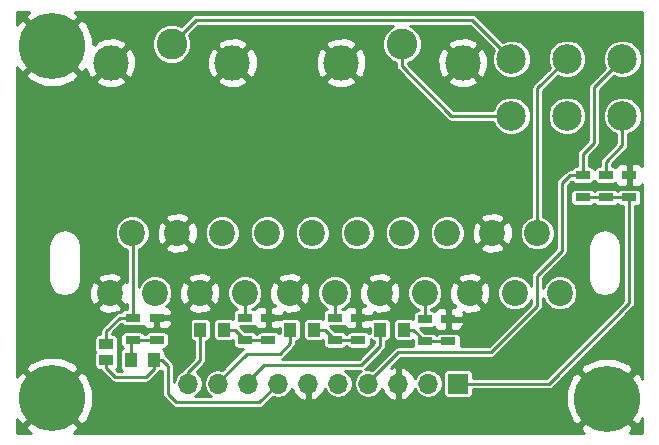
<source format=gbr>
G04 #@! TF.FileFunction,Copper,L2,Bot,Signal*
%FSLAX46Y46*%
G04 Gerber Fmt 4.6, Leading zero omitted, Abs format (unit mm)*
G04 Created by KiCad (PCBNEW 4.0.7-e2-6376~61~ubuntu18.04.1) date Fri Dec 20 20:00:32 2019*
%MOMM*%
%LPD*%
G01*
G04 APERTURE LIST*
%ADD10C,0.100000*%
%ADD11C,2.500000*%
%ADD12C,2.200000*%
%ADD13R,1.700000X1.700000*%
%ADD14O,1.700000X1.700000*%
%ADD15R,1.000000X1.250000*%
%ADD16C,3.000000*%
%ADD17C,2.600000*%
%ADD18R,1.300000X0.700000*%
%ADD19C,5.600000*%
%ADD20R,1.270000X0.970000*%
%ADD21C,0.250000*%
%ADD22C,0.254000*%
G04 APERTURE END LIST*
D10*
D11*
X173101000Y-71501000D03*
X173101000Y-76331000D03*
X168401000Y-71501000D03*
X168401000Y-76331000D03*
X163701000Y-71501000D03*
X163701000Y-76331000D03*
D12*
X131605000Y-86250000D03*
X135415000Y-86250000D03*
X139225000Y-86250000D03*
X143035000Y-86250000D03*
X146845000Y-86250000D03*
X150655000Y-86250000D03*
X154465000Y-86250000D03*
X158275000Y-86250000D03*
X162085000Y-86250000D03*
X165895000Y-86250000D03*
X129710000Y-91330000D03*
X133520000Y-91330000D03*
X137330000Y-91330000D03*
X141140000Y-91330000D03*
X144950000Y-91330000D03*
X148760000Y-91330000D03*
X152570000Y-91330000D03*
X156380000Y-91330000D03*
X160190000Y-91330000D03*
X164000000Y-91330000D03*
X167810000Y-91330000D03*
D13*
X159194500Y-98996500D03*
D14*
X156654500Y-98996500D03*
X154114500Y-98996500D03*
X151574500Y-98996500D03*
X149034500Y-98996500D03*
X146494500Y-98996500D03*
X143954500Y-98996500D03*
X141414500Y-98996500D03*
X138874500Y-98996500D03*
X136334500Y-98996500D03*
D15*
X137366500Y-94424500D03*
X139366500Y-94424500D03*
X144986500Y-94424500D03*
X146986500Y-94424500D03*
X152606500Y-94424500D03*
X154606500Y-94424500D03*
X133461000Y-96964500D03*
X131461000Y-96964500D03*
D16*
X129787500Y-71831000D03*
X140087500Y-71831000D03*
D17*
X134937500Y-70231000D03*
D16*
X149282000Y-71831000D03*
X159582000Y-71831000D03*
D17*
X154432000Y-70231000D03*
D18*
X141160500Y-93411000D03*
X141160500Y-95311000D03*
X148780500Y-93411000D03*
X148780500Y-95311000D03*
X156400500Y-93538000D03*
X156400500Y-95438000D03*
X131635500Y-93411000D03*
X131635500Y-95311000D03*
X133667500Y-93411000D03*
X133667500Y-95311000D03*
X158369000Y-93538000D03*
X158369000Y-95438000D03*
X150749000Y-93411000D03*
X150749000Y-95311000D03*
X143129000Y-93411000D03*
X143129000Y-95311000D03*
X171704000Y-81346000D03*
X171704000Y-83246000D03*
X169735500Y-81346000D03*
X169735500Y-83246000D03*
X173672500Y-81346000D03*
X173672500Y-83246000D03*
D19*
X171767500Y-100266500D03*
X124841000Y-100203000D03*
D20*
X129413000Y-95689500D03*
X129413000Y-96969500D03*
D19*
X124841000Y-70421500D03*
D21*
X136334500Y-98996500D02*
X136334500Y-98044000D01*
X137366500Y-97012000D02*
X137366500Y-94424500D01*
X136334500Y-98044000D02*
X137366500Y-97012000D01*
X141160500Y-95311000D02*
X143129000Y-95311000D01*
X139366500Y-94424500D02*
X140274000Y-94424500D01*
X140274000Y-94424500D02*
X141160500Y-95311000D01*
X138874500Y-98996500D02*
X138874500Y-98869500D01*
X138874500Y-98869500D02*
X141287500Y-96456500D01*
X141287500Y-96456500D02*
X144081500Y-96456500D01*
X144081500Y-96456500D02*
X144986500Y-95551500D01*
X144986500Y-95551500D02*
X144986500Y-94424500D01*
X148780500Y-95311000D02*
X150749000Y-95311000D01*
X146986500Y-94424500D02*
X147894000Y-94424500D01*
X147894000Y-94424500D02*
X148780500Y-95311000D01*
X141414500Y-98996500D02*
X141414500Y-98742500D01*
X141414500Y-98742500D02*
X142748000Y-97409000D01*
X142748000Y-97409000D02*
X151003000Y-97409000D01*
X151003000Y-97409000D02*
X152606500Y-95805500D01*
X152606500Y-95805500D02*
X152606500Y-94424500D01*
X156400500Y-95438000D02*
X158369000Y-95438000D01*
X154606500Y-94424500D02*
X155387000Y-94424500D01*
X155387000Y-94424500D02*
X156400500Y-95438000D01*
X133461000Y-96964500D02*
X134112000Y-96964500D01*
X142367000Y-100584000D02*
X143954500Y-98996500D01*
X135318500Y-100584000D02*
X142367000Y-100584000D01*
X134620000Y-99885500D02*
X135318500Y-100584000D01*
X134620000Y-97472500D02*
X134620000Y-99885500D01*
X134112000Y-96964500D02*
X134620000Y-97472500D01*
X129413000Y-96969500D02*
X129413000Y-97663000D01*
X133461000Y-97742500D02*
X133461000Y-96964500D01*
X132778500Y-98425000D02*
X133461000Y-97742500D01*
X130175000Y-98425000D02*
X132778500Y-98425000D01*
X129413000Y-97663000D02*
X130175000Y-98425000D01*
X131461000Y-96964500D02*
X131461000Y-95485500D01*
X131461000Y-95485500D02*
X131635500Y-95311000D01*
X131635500Y-95311000D02*
X133667500Y-95311000D01*
X129413000Y-95689500D02*
X129413000Y-94551500D01*
X130553500Y-93411000D02*
X131635500Y-93411000D01*
X129413000Y-94551500D02*
X130553500Y-93411000D01*
X131635500Y-93411000D02*
X131635500Y-86280500D01*
X131635500Y-86280500D02*
X131605000Y-86250000D01*
X165895000Y-86250000D02*
X165895000Y-74007000D01*
X165895000Y-74007000D02*
X168401000Y-71501000D01*
X141160500Y-93411000D02*
X141160500Y-91350500D01*
X141160500Y-91350500D02*
X141140000Y-91330000D01*
X148780500Y-93411000D02*
X148780500Y-91350500D01*
X148780500Y-91350500D02*
X148760000Y-91330000D01*
X156400500Y-93538000D02*
X156400500Y-91350500D01*
X156400500Y-91350500D02*
X156380000Y-91330000D01*
X134937500Y-70231000D02*
X136969500Y-68199000D01*
X160399000Y-68199000D02*
X163701000Y-71501000D01*
X136969500Y-68199000D02*
X160399000Y-68199000D01*
X154432000Y-70231000D02*
X154432000Y-72136000D01*
X158627000Y-76331000D02*
X163701000Y-76331000D01*
X154432000Y-72136000D02*
X158627000Y-76331000D01*
X162367000Y-98996500D02*
X166878000Y-98996500D01*
X159194500Y-98996500D02*
X162367000Y-98996500D01*
X173672500Y-92202000D02*
X173672500Y-83246000D01*
X166878000Y-98996500D02*
X173672500Y-92202000D01*
X171704000Y-83246000D02*
X173672500Y-83246000D01*
X169735500Y-83246000D02*
X171704000Y-83246000D01*
X173101000Y-76331000D02*
X173101000Y-78803500D01*
X171704000Y-80200500D02*
X173101000Y-78803500D01*
X171704000Y-80200500D02*
X171704000Y-81346000D01*
X156654500Y-98996500D02*
X156654500Y-98933000D01*
X171704000Y-81346000D02*
X171828500Y-81346000D01*
X170688000Y-78613000D02*
X170688000Y-73914000D01*
X169735500Y-79565500D02*
X170688000Y-78613000D01*
X169735500Y-81346000D02*
X169735500Y-79565500D01*
X170688000Y-73914000D02*
X173101000Y-71501000D01*
X169735500Y-81346000D02*
X168653500Y-81346000D01*
X154114500Y-96329500D02*
X161988500Y-96329500D01*
X154114500Y-96329500D02*
X151574500Y-98869500D01*
X165862000Y-92456000D02*
X161988500Y-96329500D01*
X165862000Y-89852500D02*
X165862000Y-92456000D01*
X167957500Y-87757000D02*
X165862000Y-89852500D01*
X167957500Y-82042000D02*
X167957500Y-87757000D01*
X168653500Y-81346000D02*
X167957500Y-82042000D01*
X151574500Y-98996500D02*
X151574500Y-98869500D01*
D22*
G36*
X122886501Y-67515297D02*
X122568265Y-67969160D01*
X124841000Y-70241895D01*
X127113735Y-67969160D01*
X126795499Y-67515297D01*
X126787606Y-67512000D01*
X174804000Y-67512000D01*
X174804000Y-80579475D01*
X174682199Y-80457673D01*
X174448810Y-80361000D01*
X173958250Y-80361000D01*
X173799500Y-80519750D01*
X173799500Y-81219000D01*
X173819500Y-81219000D01*
X173819500Y-81473000D01*
X173799500Y-81473000D01*
X173799500Y-82172250D01*
X173958250Y-82331000D01*
X174448810Y-82331000D01*
X174682199Y-82234327D01*
X174804000Y-82112525D01*
X174804000Y-98618300D01*
X174685378Y-98329473D01*
X174673703Y-98312001D01*
X174219840Y-97993765D01*
X171947105Y-100266500D01*
X174219840Y-102539235D01*
X174673703Y-102220999D01*
X174804000Y-101909084D01*
X174804000Y-103176000D01*
X173717065Y-103176000D01*
X173721999Y-103172703D01*
X174040235Y-102718840D01*
X171767500Y-100446105D01*
X169494765Y-102718840D01*
X169813001Y-103172703D01*
X169820894Y-103176000D01*
X126643813Y-103176000D01*
X126778027Y-103120878D01*
X126795499Y-103109203D01*
X127113735Y-102655340D01*
X124841000Y-100382605D01*
X122568265Y-102655340D01*
X122886501Y-103109203D01*
X123046405Y-103176000D01*
X121868000Y-103176000D01*
X121868000Y-102005813D01*
X121923122Y-102140027D01*
X121934797Y-102157499D01*
X122388660Y-102475735D01*
X124661395Y-100203000D01*
X125020605Y-100203000D01*
X127293340Y-102475735D01*
X127747203Y-102157499D01*
X128273936Y-100896566D01*
X128278035Y-99530044D01*
X127758878Y-98265973D01*
X127747203Y-98248501D01*
X127293340Y-97930265D01*
X125020605Y-100203000D01*
X124661395Y-100203000D01*
X122388660Y-97930265D01*
X121934797Y-98248501D01*
X121868000Y-98408405D01*
X121868000Y-97750660D01*
X122568265Y-97750660D01*
X124841000Y-100023395D01*
X127113735Y-97750660D01*
X126795499Y-97296797D01*
X125534566Y-96770064D01*
X124168044Y-96765965D01*
X122903973Y-97285122D01*
X122886501Y-97296797D01*
X122568265Y-97750660D01*
X121868000Y-97750660D01*
X121868000Y-95204500D01*
X128389536Y-95204500D01*
X128389536Y-96174500D01*
X128416103Y-96315690D01*
X128423919Y-96327837D01*
X128420141Y-96333366D01*
X128389536Y-96484500D01*
X128389536Y-97454500D01*
X128416103Y-97595690D01*
X128499546Y-97725365D01*
X128626866Y-97812359D01*
X128778000Y-97842964D01*
X128942797Y-97842964D01*
X128945517Y-97856638D01*
X129055204Y-98020796D01*
X129817204Y-98782796D01*
X129981362Y-98892483D01*
X130175000Y-98931000D01*
X132778500Y-98931000D01*
X132972138Y-98892483D01*
X133136296Y-98782796D01*
X133818796Y-98100296D01*
X133871916Y-98020796D01*
X133900536Y-97977964D01*
X133961000Y-97977964D01*
X134102190Y-97951397D01*
X134114000Y-97943798D01*
X134114000Y-99885500D01*
X134152517Y-100079138D01*
X134262204Y-100243296D01*
X134960704Y-100941796D01*
X135124862Y-101051483D01*
X135318500Y-101090000D01*
X142367000Y-101090000D01*
X142560638Y-101051483D01*
X142724796Y-100941796D01*
X142727136Y-100939456D01*
X168330465Y-100939456D01*
X168849622Y-102203527D01*
X168861297Y-102220999D01*
X169315160Y-102539235D01*
X171587895Y-100266500D01*
X169315160Y-97993765D01*
X168861297Y-98312001D01*
X168334564Y-99572934D01*
X168330465Y-100939456D01*
X142727136Y-100939456D01*
X143504488Y-100162104D01*
X143954500Y-100251617D01*
X144425583Y-100157913D01*
X144824948Y-99891065D01*
X145091796Y-99491700D01*
X145099583Y-99452553D01*
X145299317Y-99877858D01*
X145727576Y-100268145D01*
X146137610Y-100437976D01*
X146367500Y-100316655D01*
X146367500Y-99123500D01*
X146347500Y-99123500D01*
X146347500Y-98869500D01*
X146367500Y-98869500D01*
X146367500Y-98849500D01*
X146621500Y-98849500D01*
X146621500Y-98869500D01*
X146641500Y-98869500D01*
X146641500Y-99123500D01*
X146621500Y-99123500D01*
X146621500Y-100316655D01*
X146851390Y-100437976D01*
X147261424Y-100268145D01*
X147689683Y-99877858D01*
X147889417Y-99452553D01*
X147897204Y-99491700D01*
X148164052Y-99891065D01*
X148563417Y-100157913D01*
X149034500Y-100251617D01*
X149505583Y-100157913D01*
X149904948Y-99891065D01*
X150171796Y-99491700D01*
X150265500Y-99020617D01*
X150265500Y-98972383D01*
X150171796Y-98501300D01*
X149904948Y-98101935D01*
X149625181Y-97915000D01*
X150983819Y-97915000D01*
X150704052Y-98101935D01*
X150437204Y-98501300D01*
X150343500Y-98972383D01*
X150343500Y-99020617D01*
X150437204Y-99491700D01*
X150704052Y-99891065D01*
X151103417Y-100157913D01*
X151574500Y-100251617D01*
X152045583Y-100157913D01*
X152444948Y-99891065D01*
X152711796Y-99491700D01*
X152719583Y-99452553D01*
X152919317Y-99877858D01*
X153347576Y-100268145D01*
X153757610Y-100437976D01*
X153987500Y-100316655D01*
X153987500Y-99123500D01*
X153967500Y-99123500D01*
X153967500Y-98869500D01*
X153987500Y-98869500D01*
X153987500Y-97676345D01*
X154241500Y-97676345D01*
X154241500Y-98869500D01*
X154261500Y-98869500D01*
X154261500Y-99123500D01*
X154241500Y-99123500D01*
X154241500Y-100316655D01*
X154471390Y-100437976D01*
X154881424Y-100268145D01*
X155309683Y-99877858D01*
X155509417Y-99452553D01*
X155517204Y-99491700D01*
X155784052Y-99891065D01*
X156183417Y-100157913D01*
X156654500Y-100251617D01*
X157125583Y-100157913D01*
X157524948Y-99891065D01*
X157791796Y-99491700D01*
X157885500Y-99020617D01*
X157885500Y-98972383D01*
X157791796Y-98501300D01*
X157554726Y-98146500D01*
X157956036Y-98146500D01*
X157956036Y-99846500D01*
X157982603Y-99987690D01*
X158066046Y-100117365D01*
X158193366Y-100204359D01*
X158344500Y-100234964D01*
X160044500Y-100234964D01*
X160185690Y-100208397D01*
X160315365Y-100124954D01*
X160402359Y-99997634D01*
X160432964Y-99846500D01*
X160432964Y-99502500D01*
X166878000Y-99502500D01*
X167071638Y-99463983D01*
X167235796Y-99354296D01*
X168775932Y-97814160D01*
X169494765Y-97814160D01*
X171767500Y-100086895D01*
X174040235Y-97814160D01*
X173721999Y-97360297D01*
X172461066Y-96833564D01*
X171094544Y-96829465D01*
X169830473Y-97348622D01*
X169813001Y-97360297D01*
X169494765Y-97814160D01*
X168775932Y-97814160D01*
X174030296Y-92559796D01*
X174139983Y-92395638D01*
X174178500Y-92202000D01*
X174178500Y-83984464D01*
X174322500Y-83984464D01*
X174463690Y-83957897D01*
X174593365Y-83874454D01*
X174680359Y-83747134D01*
X174710964Y-83596000D01*
X174710964Y-82896000D01*
X174684397Y-82754810D01*
X174600954Y-82625135D01*
X174473634Y-82538141D01*
X174322500Y-82507536D01*
X173022500Y-82507536D01*
X172881310Y-82534103D01*
X172751635Y-82617546D01*
X172687742Y-82711056D01*
X172632454Y-82625135D01*
X172505134Y-82538141D01*
X172354000Y-82507536D01*
X171054000Y-82507536D01*
X170912810Y-82534103D01*
X170783135Y-82617546D01*
X170719242Y-82711056D01*
X170663954Y-82625135D01*
X170536634Y-82538141D01*
X170385500Y-82507536D01*
X169085500Y-82507536D01*
X168944310Y-82534103D01*
X168814635Y-82617546D01*
X168727641Y-82744866D01*
X168697036Y-82896000D01*
X168697036Y-83596000D01*
X168723603Y-83737190D01*
X168807046Y-83866865D01*
X168934366Y-83953859D01*
X169085500Y-83984464D01*
X170385500Y-83984464D01*
X170526690Y-83957897D01*
X170656365Y-83874454D01*
X170720258Y-83780944D01*
X170775546Y-83866865D01*
X170902866Y-83953859D01*
X171054000Y-83984464D01*
X172354000Y-83984464D01*
X172495190Y-83957897D01*
X172624865Y-83874454D01*
X172688758Y-83780944D01*
X172744046Y-83866865D01*
X172871366Y-83953859D01*
X173022500Y-83984464D01*
X173166500Y-83984464D01*
X173166500Y-91992408D01*
X166668408Y-98490500D01*
X160432964Y-98490500D01*
X160432964Y-98146500D01*
X160406397Y-98005310D01*
X160322954Y-97875635D01*
X160195634Y-97788641D01*
X160044500Y-97758036D01*
X158344500Y-97758036D01*
X158203310Y-97784603D01*
X158073635Y-97868046D01*
X157986641Y-97995366D01*
X157956036Y-98146500D01*
X157554726Y-98146500D01*
X157524948Y-98101935D01*
X157125583Y-97835087D01*
X156654500Y-97741383D01*
X156183417Y-97835087D01*
X155784052Y-98101935D01*
X155517204Y-98501300D01*
X155509417Y-98540447D01*
X155309683Y-98115142D01*
X154881424Y-97724855D01*
X154471390Y-97555024D01*
X154241500Y-97676345D01*
X153987500Y-97676345D01*
X153757610Y-97555024D01*
X153496363Y-97663229D01*
X154324092Y-96835500D01*
X161988500Y-96835500D01*
X162182138Y-96796983D01*
X162346296Y-96687296D01*
X166219796Y-92813796D01*
X166329483Y-92649638D01*
X166368000Y-92456000D01*
X166368000Y-91718306D01*
X166553737Y-92167823D01*
X166969985Y-92584799D01*
X167514118Y-92810743D01*
X168103297Y-92811257D01*
X168647823Y-92586263D01*
X169064799Y-92170015D01*
X169290743Y-91625882D01*
X169291257Y-91036703D01*
X169066263Y-90492177D01*
X168650015Y-90075201D01*
X168105882Y-89849257D01*
X167516703Y-89848743D01*
X166972177Y-90073737D01*
X166555201Y-90489985D01*
X166368000Y-90940815D01*
X166368000Y-90062092D01*
X168315296Y-88114796D01*
X168395125Y-87995323D01*
X168424983Y-87950638D01*
X168463500Y-87757000D01*
X168463500Y-87335517D01*
X170229000Y-87335517D01*
X170229000Y-90244483D01*
X170334122Y-90772969D01*
X170633486Y-91220997D01*
X171081514Y-91520361D01*
X171610000Y-91625483D01*
X172138486Y-91520361D01*
X172586514Y-91220997D01*
X172885878Y-90772969D01*
X172991000Y-90244483D01*
X172991000Y-87335517D01*
X172885878Y-86807031D01*
X172586514Y-86359003D01*
X172138486Y-86059639D01*
X171610000Y-85954517D01*
X171081514Y-86059639D01*
X170633486Y-86359003D01*
X170334122Y-86807031D01*
X170229000Y-87335517D01*
X168463500Y-87335517D01*
X168463500Y-82251592D01*
X168784016Y-81931076D01*
X168807046Y-81966865D01*
X168934366Y-82053859D01*
X169085500Y-82084464D01*
X170385500Y-82084464D01*
X170526690Y-82057897D01*
X170656365Y-81974454D01*
X170720258Y-81880944D01*
X170775546Y-81966865D01*
X170902866Y-82053859D01*
X171054000Y-82084464D01*
X172354000Y-82084464D01*
X172487768Y-82059293D01*
X172662801Y-82234327D01*
X172896190Y-82331000D01*
X173386750Y-82331000D01*
X173545500Y-82172250D01*
X173545500Y-81473000D01*
X173525500Y-81473000D01*
X173525500Y-81219000D01*
X173545500Y-81219000D01*
X173545500Y-80519750D01*
X173386750Y-80361000D01*
X172896190Y-80361000D01*
X172662801Y-80457673D01*
X172486174Y-80634301D01*
X172354000Y-80607536D01*
X172210000Y-80607536D01*
X172210000Y-80410092D01*
X173458796Y-79161296D01*
X173568483Y-78997138D01*
X173607000Y-78803500D01*
X173607000Y-77886669D01*
X174023680Y-77714501D01*
X174482888Y-77256093D01*
X174731716Y-76656849D01*
X174732282Y-76007997D01*
X174484501Y-75408320D01*
X174026093Y-74949112D01*
X173426849Y-74700284D01*
X172777997Y-74699718D01*
X172178320Y-74947499D01*
X171719112Y-75405907D01*
X171470284Y-76005151D01*
X171469718Y-76654003D01*
X171717499Y-77253680D01*
X172175907Y-77712888D01*
X172595000Y-77886911D01*
X172595000Y-78593908D01*
X171346204Y-79842704D01*
X171236517Y-80006862D01*
X171198000Y-80200500D01*
X171198000Y-80607536D01*
X171054000Y-80607536D01*
X170912810Y-80634103D01*
X170783135Y-80717546D01*
X170719242Y-80811056D01*
X170663954Y-80725135D01*
X170536634Y-80638141D01*
X170385500Y-80607536D01*
X170241500Y-80607536D01*
X170241500Y-79775092D01*
X171045796Y-78970796D01*
X171155483Y-78806638D01*
X171194000Y-78613000D01*
X171194000Y-74123592D01*
X172358772Y-72958820D01*
X172775151Y-73131716D01*
X173424003Y-73132282D01*
X174023680Y-72884501D01*
X174482888Y-72426093D01*
X174731716Y-71826849D01*
X174732282Y-71177997D01*
X174484501Y-70578320D01*
X174026093Y-70119112D01*
X173426849Y-69870284D01*
X172777997Y-69869718D01*
X172178320Y-70117499D01*
X171719112Y-70575907D01*
X171470284Y-71175151D01*
X171469718Y-71824003D01*
X171643009Y-72243399D01*
X170330204Y-73556204D01*
X170220517Y-73720362D01*
X170182000Y-73914000D01*
X170182000Y-78403408D01*
X169377704Y-79207704D01*
X169268017Y-79371862D01*
X169229500Y-79565500D01*
X169229500Y-80607536D01*
X169085500Y-80607536D01*
X168944310Y-80634103D01*
X168814635Y-80717546D01*
X168730966Y-80840000D01*
X168653500Y-80840000D01*
X168459862Y-80878517D01*
X168295704Y-80988204D01*
X167599704Y-81684204D01*
X167490017Y-81848362D01*
X167451500Y-82042000D01*
X167451500Y-87547408D01*
X165504204Y-89494704D01*
X165394517Y-89658862D01*
X165356000Y-89852500D01*
X165356000Y-90733559D01*
X165256263Y-90492177D01*
X164840015Y-90075201D01*
X164295882Y-89849257D01*
X163706703Y-89848743D01*
X163162177Y-90073737D01*
X162745201Y-90489985D01*
X162519257Y-91034118D01*
X162518743Y-91623297D01*
X162743737Y-92167823D01*
X163159985Y-92584799D01*
X163704118Y-92810743D01*
X164293297Y-92811257D01*
X164837823Y-92586263D01*
X165254799Y-92170015D01*
X165356000Y-91926296D01*
X165356000Y-92246408D01*
X161778908Y-95823500D01*
X159400275Y-95823500D01*
X159407464Y-95788000D01*
X159407464Y-95088000D01*
X159380897Y-94946810D01*
X159297454Y-94817135D01*
X159170134Y-94730141D01*
X159019000Y-94699536D01*
X157719000Y-94699536D01*
X157577810Y-94726103D01*
X157448135Y-94809546D01*
X157384242Y-94903056D01*
X157328954Y-94817135D01*
X157201634Y-94730141D01*
X157050500Y-94699536D01*
X156377628Y-94699536D01*
X155954556Y-94276464D01*
X157050500Y-94276464D01*
X157184268Y-94251293D01*
X157359301Y-94426327D01*
X157592690Y-94523000D01*
X158083250Y-94523000D01*
X158242000Y-94364250D01*
X158242000Y-93665000D01*
X158496000Y-93665000D01*
X158496000Y-94364250D01*
X158654750Y-94523000D01*
X159145310Y-94523000D01*
X159378699Y-94426327D01*
X159557327Y-94247698D01*
X159654000Y-94014309D01*
X159654000Y-93823750D01*
X159495250Y-93665000D01*
X158496000Y-93665000D01*
X158242000Y-93665000D01*
X158222000Y-93665000D01*
X158222000Y-93411000D01*
X158242000Y-93411000D01*
X158242000Y-92711750D01*
X158083250Y-92553000D01*
X157592690Y-92553000D01*
X157359301Y-92649673D01*
X157182674Y-92826301D01*
X157050500Y-92799536D01*
X156906500Y-92799536D01*
X156906500Y-92714899D01*
X157217823Y-92586263D01*
X157634799Y-92170015D01*
X157860743Y-91625882D01*
X157861252Y-91041593D01*
X158444677Y-91041593D01*
X158467164Y-91731453D01*
X158687901Y-92264359D01*
X158965130Y-92375262D01*
X158851090Y-92489302D01*
X158914788Y-92553000D01*
X158654750Y-92553000D01*
X158496000Y-92711750D01*
X158496000Y-93411000D01*
X159495250Y-93411000D01*
X159654000Y-93252250D01*
X159654000Y-93061691D01*
X159614938Y-92967387D01*
X159901593Y-93075323D01*
X160591453Y-93052836D01*
X161124359Y-92832099D01*
X161235263Y-92554868D01*
X160190000Y-91509605D01*
X160175858Y-91523748D01*
X159996253Y-91344143D01*
X160010395Y-91330000D01*
X160369605Y-91330000D01*
X161414868Y-92375263D01*
X161692099Y-92264359D01*
X161935323Y-91618407D01*
X161912836Y-90928547D01*
X161692099Y-90395641D01*
X161414868Y-90284737D01*
X160369605Y-91330000D01*
X160010395Y-91330000D01*
X158965132Y-90284737D01*
X158687901Y-90395641D01*
X158444677Y-91041593D01*
X157861252Y-91041593D01*
X157861257Y-91036703D01*
X157636263Y-90492177D01*
X157249894Y-90105132D01*
X159144737Y-90105132D01*
X160190000Y-91150395D01*
X161235263Y-90105132D01*
X161124359Y-89827901D01*
X160478407Y-89584677D01*
X159788547Y-89607164D01*
X159255641Y-89827901D01*
X159144737Y-90105132D01*
X157249894Y-90105132D01*
X157220015Y-90075201D01*
X156675882Y-89849257D01*
X156086703Y-89848743D01*
X155542177Y-90073737D01*
X155125201Y-90489985D01*
X154899257Y-91034118D01*
X154898743Y-91623297D01*
X155123737Y-92167823D01*
X155539985Y-92584799D01*
X155894500Y-92732007D01*
X155894500Y-92799536D01*
X155750500Y-92799536D01*
X155609310Y-92826103D01*
X155479635Y-92909546D01*
X155392641Y-93036866D01*
X155362036Y-93188000D01*
X155362036Y-93512976D01*
X155257634Y-93441641D01*
X155106500Y-93411036D01*
X154106500Y-93411036D01*
X153965310Y-93437603D01*
X153835635Y-93521046D01*
X153748641Y-93648366D01*
X153718036Y-93799500D01*
X153718036Y-95049500D01*
X153744603Y-95190690D01*
X153828046Y-95320365D01*
X153955366Y-95407359D01*
X154106500Y-95437964D01*
X155106500Y-95437964D01*
X155247690Y-95411397D01*
X155362036Y-95337818D01*
X155362036Y-95788000D01*
X155368716Y-95823500D01*
X154114500Y-95823500D01*
X153920862Y-95862017D01*
X153756704Y-95971704D01*
X151918583Y-97809825D01*
X151574500Y-97741383D01*
X151324366Y-97791138D01*
X151360796Y-97766796D01*
X152964296Y-96163296D01*
X153073983Y-95999138D01*
X153112500Y-95805500D01*
X153112500Y-95436835D01*
X153247690Y-95411397D01*
X153377365Y-95327954D01*
X153464359Y-95200634D01*
X153494964Y-95049500D01*
X153494964Y-93799500D01*
X153468397Y-93658310D01*
X153384954Y-93528635D01*
X153257634Y-93441641D01*
X153106500Y-93411036D01*
X152106500Y-93411036D01*
X151965310Y-93437603D01*
X151835635Y-93521046D01*
X151824051Y-93538000D01*
X150876000Y-93538000D01*
X150876000Y-94237250D01*
X151034750Y-94396000D01*
X151525310Y-94396000D01*
X151718036Y-94316170D01*
X151718036Y-94753202D01*
X151677454Y-94690135D01*
X151550134Y-94603141D01*
X151399000Y-94572536D01*
X150099000Y-94572536D01*
X149957810Y-94599103D01*
X149828135Y-94682546D01*
X149764242Y-94776056D01*
X149708954Y-94690135D01*
X149581634Y-94603141D01*
X149430500Y-94572536D01*
X148757628Y-94572536D01*
X148334556Y-94149464D01*
X149430500Y-94149464D01*
X149564268Y-94124293D01*
X149739301Y-94299327D01*
X149972690Y-94396000D01*
X150463250Y-94396000D01*
X150622000Y-94237250D01*
X150622000Y-93538000D01*
X150602000Y-93538000D01*
X150602000Y-93284000D01*
X150622000Y-93284000D01*
X150622000Y-92584750D01*
X150463250Y-92426000D01*
X149972690Y-92426000D01*
X149739301Y-92522673D01*
X149562674Y-92699301D01*
X149430500Y-92672536D01*
X149389027Y-92672536D01*
X149597823Y-92586263D01*
X150014799Y-92170015D01*
X150240743Y-91625882D01*
X150241252Y-91041593D01*
X150824677Y-91041593D01*
X150847164Y-91731453D01*
X151067901Y-92264359D01*
X151345130Y-92375262D01*
X151294392Y-92426000D01*
X151034750Y-92426000D01*
X150876000Y-92584750D01*
X150876000Y-93284000D01*
X151875250Y-93284000D01*
X152034000Y-93125250D01*
X152034000Y-92982095D01*
X152281593Y-93075323D01*
X152971453Y-93052836D01*
X153504359Y-92832099D01*
X153615263Y-92554868D01*
X152570000Y-91509605D01*
X152555858Y-91523748D01*
X152376253Y-91344143D01*
X152390395Y-91330000D01*
X152749605Y-91330000D01*
X153794868Y-92375263D01*
X154072099Y-92264359D01*
X154315323Y-91618407D01*
X154292836Y-90928547D01*
X154072099Y-90395641D01*
X153794868Y-90284737D01*
X152749605Y-91330000D01*
X152390395Y-91330000D01*
X151345132Y-90284737D01*
X151067901Y-90395641D01*
X150824677Y-91041593D01*
X150241252Y-91041593D01*
X150241257Y-91036703D01*
X150016263Y-90492177D01*
X149629894Y-90105132D01*
X151524737Y-90105132D01*
X152570000Y-91150395D01*
X153615263Y-90105132D01*
X153504359Y-89827901D01*
X152858407Y-89584677D01*
X152168547Y-89607164D01*
X151635641Y-89827901D01*
X151524737Y-90105132D01*
X149629894Y-90105132D01*
X149600015Y-90075201D01*
X149055882Y-89849257D01*
X148466703Y-89848743D01*
X147922177Y-90073737D01*
X147505201Y-90489985D01*
X147279257Y-91034118D01*
X147278743Y-91623297D01*
X147503737Y-92167823D01*
X147919985Y-92584799D01*
X148131279Y-92672536D01*
X148130500Y-92672536D01*
X147989310Y-92699103D01*
X147859635Y-92782546D01*
X147772641Y-92909866D01*
X147742036Y-93061000D01*
X147742036Y-93512976D01*
X147637634Y-93441641D01*
X147486500Y-93411036D01*
X146486500Y-93411036D01*
X146345310Y-93437603D01*
X146215635Y-93521046D01*
X146128641Y-93648366D01*
X146098036Y-93799500D01*
X146098036Y-95049500D01*
X146124603Y-95190690D01*
X146208046Y-95320365D01*
X146335366Y-95407359D01*
X146486500Y-95437964D01*
X147486500Y-95437964D01*
X147627690Y-95411397D01*
X147742036Y-95337818D01*
X147742036Y-95661000D01*
X147768603Y-95802190D01*
X147852046Y-95931865D01*
X147979366Y-96018859D01*
X148130500Y-96049464D01*
X149430500Y-96049464D01*
X149571690Y-96022897D01*
X149701365Y-95939454D01*
X149765258Y-95845944D01*
X149820546Y-95931865D01*
X149947866Y-96018859D01*
X150099000Y-96049464D01*
X151399000Y-96049464D01*
X151540190Y-96022897D01*
X151669865Y-95939454D01*
X151756859Y-95812134D01*
X151787464Y-95661000D01*
X151787464Y-95257298D01*
X151828046Y-95320365D01*
X151955366Y-95407359D01*
X152100500Y-95436749D01*
X152100500Y-95595908D01*
X150793408Y-96903000D01*
X144306541Y-96903000D01*
X144439296Y-96814296D01*
X145344296Y-95909296D01*
X145453983Y-95745138D01*
X145492500Y-95551500D01*
X145492500Y-95436835D01*
X145627690Y-95411397D01*
X145757365Y-95327954D01*
X145844359Y-95200634D01*
X145874964Y-95049500D01*
X145874964Y-93799500D01*
X145848397Y-93658310D01*
X145764954Y-93528635D01*
X145637634Y-93441641D01*
X145486500Y-93411036D01*
X144486500Y-93411036D01*
X144345310Y-93437603D01*
X144215635Y-93521046D01*
X144204051Y-93538000D01*
X143256000Y-93538000D01*
X143256000Y-94237250D01*
X143414750Y-94396000D01*
X143905310Y-94396000D01*
X144098036Y-94316170D01*
X144098036Y-94753202D01*
X144057454Y-94690135D01*
X143930134Y-94603141D01*
X143779000Y-94572536D01*
X142479000Y-94572536D01*
X142337810Y-94599103D01*
X142208135Y-94682546D01*
X142144242Y-94776056D01*
X142088954Y-94690135D01*
X141961634Y-94603141D01*
X141810500Y-94572536D01*
X141137628Y-94572536D01*
X140714556Y-94149464D01*
X141810500Y-94149464D01*
X141944268Y-94124293D01*
X142119301Y-94299327D01*
X142352690Y-94396000D01*
X142843250Y-94396000D01*
X143002000Y-94237250D01*
X143002000Y-93538000D01*
X142982000Y-93538000D01*
X142982000Y-93284000D01*
X143002000Y-93284000D01*
X143002000Y-92584750D01*
X142843250Y-92426000D01*
X142352690Y-92426000D01*
X142119301Y-92522673D01*
X141942674Y-92699301D01*
X141810500Y-92672536D01*
X141769027Y-92672536D01*
X141977823Y-92586263D01*
X142394799Y-92170015D01*
X142620743Y-91625882D01*
X142621252Y-91041593D01*
X143204677Y-91041593D01*
X143227164Y-91731453D01*
X143447901Y-92264359D01*
X143725130Y-92375262D01*
X143674392Y-92426000D01*
X143414750Y-92426000D01*
X143256000Y-92584750D01*
X143256000Y-93284000D01*
X144255250Y-93284000D01*
X144414000Y-93125250D01*
X144414000Y-92982095D01*
X144661593Y-93075323D01*
X145351453Y-93052836D01*
X145884359Y-92832099D01*
X145995263Y-92554868D01*
X144950000Y-91509605D01*
X144935858Y-91523748D01*
X144756253Y-91344143D01*
X144770395Y-91330000D01*
X145129605Y-91330000D01*
X146174868Y-92375263D01*
X146452099Y-92264359D01*
X146695323Y-91618407D01*
X146672836Y-90928547D01*
X146452099Y-90395641D01*
X146174868Y-90284737D01*
X145129605Y-91330000D01*
X144770395Y-91330000D01*
X143725132Y-90284737D01*
X143447901Y-90395641D01*
X143204677Y-91041593D01*
X142621252Y-91041593D01*
X142621257Y-91036703D01*
X142396263Y-90492177D01*
X142009894Y-90105132D01*
X143904737Y-90105132D01*
X144950000Y-91150395D01*
X145995263Y-90105132D01*
X145884359Y-89827901D01*
X145238407Y-89584677D01*
X144548547Y-89607164D01*
X144015641Y-89827901D01*
X143904737Y-90105132D01*
X142009894Y-90105132D01*
X141980015Y-90075201D01*
X141435882Y-89849257D01*
X140846703Y-89848743D01*
X140302177Y-90073737D01*
X139885201Y-90489985D01*
X139659257Y-91034118D01*
X139658743Y-91623297D01*
X139883737Y-92167823D01*
X140299985Y-92584799D01*
X140511279Y-92672536D01*
X140510500Y-92672536D01*
X140369310Y-92699103D01*
X140239635Y-92782546D01*
X140152641Y-92909866D01*
X140122036Y-93061000D01*
X140122036Y-93512976D01*
X140017634Y-93441641D01*
X139866500Y-93411036D01*
X138866500Y-93411036D01*
X138725310Y-93437603D01*
X138595635Y-93521046D01*
X138508641Y-93648366D01*
X138478036Y-93799500D01*
X138478036Y-95049500D01*
X138504603Y-95190690D01*
X138588046Y-95320365D01*
X138715366Y-95407359D01*
X138866500Y-95437964D01*
X139866500Y-95437964D01*
X140007690Y-95411397D01*
X140122036Y-95337818D01*
X140122036Y-95661000D01*
X140148603Y-95802190D01*
X140232046Y-95931865D01*
X140359366Y-96018859D01*
X140510500Y-96049464D01*
X141003397Y-96049464D01*
X140929704Y-96098704D01*
X139218583Y-97809825D01*
X138874500Y-97741383D01*
X138403417Y-97835087D01*
X138004052Y-98101935D01*
X137737204Y-98501300D01*
X137643500Y-98972383D01*
X137643500Y-99020617D01*
X137737204Y-99491700D01*
X138004052Y-99891065D01*
X138283819Y-100078000D01*
X136925181Y-100078000D01*
X137204948Y-99891065D01*
X137471796Y-99491700D01*
X137565500Y-99020617D01*
X137565500Y-98972383D01*
X137471796Y-98501300D01*
X137204948Y-98101935D01*
X137077389Y-98016703D01*
X137724296Y-97369796D01*
X137833983Y-97205638D01*
X137872500Y-97012000D01*
X137872500Y-95436835D01*
X138007690Y-95411397D01*
X138137365Y-95327954D01*
X138224359Y-95200634D01*
X138254964Y-95049500D01*
X138254964Y-93799500D01*
X138228397Y-93658310D01*
X138144954Y-93528635D01*
X138017634Y-93441641D01*
X137866500Y-93411036D01*
X136866500Y-93411036D01*
X136725310Y-93437603D01*
X136595635Y-93521046D01*
X136508641Y-93648366D01*
X136478036Y-93799500D01*
X136478036Y-95049500D01*
X136504603Y-95190690D01*
X136588046Y-95320365D01*
X136715366Y-95407359D01*
X136860500Y-95436749D01*
X136860500Y-96802408D01*
X135976704Y-97686204D01*
X135879340Y-97831920D01*
X135863417Y-97835087D01*
X135464052Y-98101935D01*
X135197204Y-98501300D01*
X135126000Y-98859268D01*
X135126000Y-97472500D01*
X135087483Y-97278862D01*
X134977796Y-97114704D01*
X134469796Y-96606704D01*
X134349464Y-96526301D01*
X134349464Y-96339500D01*
X134322897Y-96198310D01*
X134239454Y-96068635D01*
X134211396Y-96049464D01*
X134317500Y-96049464D01*
X134458690Y-96022897D01*
X134588365Y-95939454D01*
X134675359Y-95812134D01*
X134705964Y-95661000D01*
X134705964Y-94961000D01*
X134679397Y-94819810D01*
X134595954Y-94690135D01*
X134468634Y-94603141D01*
X134317500Y-94572536D01*
X133017500Y-94572536D01*
X132876310Y-94599103D01*
X132746635Y-94682546D01*
X132662966Y-94805000D01*
X132637867Y-94805000D01*
X132563954Y-94690135D01*
X132436634Y-94603141D01*
X132285500Y-94572536D01*
X130985500Y-94572536D01*
X130844310Y-94599103D01*
X130714635Y-94682546D01*
X130627641Y-94809866D01*
X130597036Y-94961000D01*
X130597036Y-95661000D01*
X130623603Y-95802190D01*
X130707046Y-95931865D01*
X130796211Y-95992789D01*
X130690135Y-96061046D01*
X130603141Y-96188366D01*
X130572536Y-96339500D01*
X130572536Y-97589500D01*
X130599103Y-97730690D01*
X130682546Y-97860365D01*
X130768361Y-97919000D01*
X130384592Y-97919000D01*
X130245655Y-97780063D01*
X130318865Y-97732954D01*
X130405859Y-97605634D01*
X130436464Y-97454500D01*
X130436464Y-96484500D01*
X130409897Y-96343310D01*
X130402081Y-96331163D01*
X130405859Y-96325634D01*
X130436464Y-96174500D01*
X130436464Y-95204500D01*
X130409897Y-95063310D01*
X130326454Y-94933635D01*
X130199134Y-94846641D01*
X130048000Y-94816036D01*
X129919000Y-94816036D01*
X129919000Y-94761092D01*
X130684016Y-93996076D01*
X130707046Y-94031865D01*
X130834366Y-94118859D01*
X130985500Y-94149464D01*
X132285500Y-94149464D01*
X132426690Y-94122897D01*
X132468847Y-94095770D01*
X132479173Y-94120698D01*
X132657801Y-94299327D01*
X132891190Y-94396000D01*
X133381750Y-94396000D01*
X133540500Y-94237250D01*
X133540500Y-93538000D01*
X133794500Y-93538000D01*
X133794500Y-94237250D01*
X133953250Y-94396000D01*
X134443810Y-94396000D01*
X134677199Y-94299327D01*
X134855827Y-94120698D01*
X134952500Y-93887309D01*
X134952500Y-93696750D01*
X134793750Y-93538000D01*
X133794500Y-93538000D01*
X133540500Y-93538000D01*
X133520500Y-93538000D01*
X133520500Y-93284000D01*
X133540500Y-93284000D01*
X133540500Y-93264000D01*
X133794500Y-93264000D01*
X133794500Y-93284000D01*
X134793750Y-93284000D01*
X134952500Y-93125250D01*
X134952500Y-92934691D01*
X134855827Y-92701302D01*
X134709394Y-92554868D01*
X136284737Y-92554868D01*
X136395641Y-92832099D01*
X137041593Y-93075323D01*
X137731453Y-93052836D01*
X138264359Y-92832099D01*
X138375263Y-92554868D01*
X137330000Y-91509605D01*
X136284737Y-92554868D01*
X134709394Y-92554868D01*
X134677199Y-92522673D01*
X134496502Y-92447826D01*
X134774799Y-92170015D01*
X135000743Y-91625882D01*
X135001252Y-91041593D01*
X135584677Y-91041593D01*
X135607164Y-91731453D01*
X135827901Y-92264359D01*
X136105132Y-92375263D01*
X137150395Y-91330000D01*
X137509605Y-91330000D01*
X138554868Y-92375263D01*
X138832099Y-92264359D01*
X139075323Y-91618407D01*
X139052836Y-90928547D01*
X138832099Y-90395641D01*
X138554868Y-90284737D01*
X137509605Y-91330000D01*
X137150395Y-91330000D01*
X136105132Y-90284737D01*
X135827901Y-90395641D01*
X135584677Y-91041593D01*
X135001252Y-91041593D01*
X135001257Y-91036703D01*
X134776263Y-90492177D01*
X134389894Y-90105132D01*
X136284737Y-90105132D01*
X137330000Y-91150395D01*
X138375263Y-90105132D01*
X138264359Y-89827901D01*
X137618407Y-89584677D01*
X136928547Y-89607164D01*
X136395641Y-89827901D01*
X136284737Y-90105132D01*
X134389894Y-90105132D01*
X134360015Y-90075201D01*
X133815882Y-89849257D01*
X133226703Y-89848743D01*
X132682177Y-90073737D01*
X132265201Y-90489985D01*
X132141500Y-90787890D01*
X132141500Y-87630767D01*
X132442823Y-87506263D01*
X132474272Y-87474868D01*
X134369737Y-87474868D01*
X134480641Y-87752099D01*
X135126593Y-87995323D01*
X135816453Y-87972836D01*
X136349359Y-87752099D01*
X136460263Y-87474868D01*
X135415000Y-86429605D01*
X134369737Y-87474868D01*
X132474272Y-87474868D01*
X132859799Y-87090015D01*
X133085743Y-86545882D01*
X133086252Y-85961593D01*
X133669677Y-85961593D01*
X133692164Y-86651453D01*
X133912901Y-87184359D01*
X134190132Y-87295263D01*
X135235395Y-86250000D01*
X135594605Y-86250000D01*
X136639868Y-87295263D01*
X136917099Y-87184359D01*
X137158481Y-86543297D01*
X137743743Y-86543297D01*
X137968737Y-87087823D01*
X138384985Y-87504799D01*
X138929118Y-87730743D01*
X139518297Y-87731257D01*
X140062823Y-87506263D01*
X140479799Y-87090015D01*
X140705743Y-86545882D01*
X140705745Y-86543297D01*
X141553743Y-86543297D01*
X141778737Y-87087823D01*
X142194985Y-87504799D01*
X142739118Y-87730743D01*
X143328297Y-87731257D01*
X143872823Y-87506263D01*
X144289799Y-87090015D01*
X144515743Y-86545882D01*
X144515745Y-86543297D01*
X145363743Y-86543297D01*
X145588737Y-87087823D01*
X146004985Y-87504799D01*
X146549118Y-87730743D01*
X147138297Y-87731257D01*
X147682823Y-87506263D01*
X148099799Y-87090015D01*
X148325743Y-86545882D01*
X148325745Y-86543297D01*
X149173743Y-86543297D01*
X149398737Y-87087823D01*
X149814985Y-87504799D01*
X150359118Y-87730743D01*
X150948297Y-87731257D01*
X151492823Y-87506263D01*
X151909799Y-87090015D01*
X152135743Y-86545882D01*
X152135745Y-86543297D01*
X152983743Y-86543297D01*
X153208737Y-87087823D01*
X153624985Y-87504799D01*
X154169118Y-87730743D01*
X154758297Y-87731257D01*
X155302823Y-87506263D01*
X155719799Y-87090015D01*
X155945743Y-86545882D01*
X155945745Y-86543297D01*
X156793743Y-86543297D01*
X157018737Y-87087823D01*
X157434985Y-87504799D01*
X157979118Y-87730743D01*
X158568297Y-87731257D01*
X159112823Y-87506263D01*
X159144272Y-87474868D01*
X161039737Y-87474868D01*
X161150641Y-87752099D01*
X161796593Y-87995323D01*
X162486453Y-87972836D01*
X163019359Y-87752099D01*
X163130263Y-87474868D01*
X162085000Y-86429605D01*
X161039737Y-87474868D01*
X159144272Y-87474868D01*
X159529799Y-87090015D01*
X159755743Y-86545882D01*
X159756252Y-85961593D01*
X160339677Y-85961593D01*
X160362164Y-86651453D01*
X160582901Y-87184359D01*
X160860132Y-87295263D01*
X161905395Y-86250000D01*
X162264605Y-86250000D01*
X163309868Y-87295263D01*
X163587099Y-87184359D01*
X163828481Y-86543297D01*
X164413743Y-86543297D01*
X164638737Y-87087823D01*
X165054985Y-87504799D01*
X165599118Y-87730743D01*
X166188297Y-87731257D01*
X166732823Y-87506263D01*
X167149799Y-87090015D01*
X167375743Y-86545882D01*
X167376257Y-85956703D01*
X167151263Y-85412177D01*
X166735015Y-84995201D01*
X166401000Y-84856506D01*
X166401000Y-76654003D01*
X166769718Y-76654003D01*
X167017499Y-77253680D01*
X167475907Y-77712888D01*
X168075151Y-77961716D01*
X168724003Y-77962282D01*
X169323680Y-77714501D01*
X169782888Y-77256093D01*
X170031716Y-76656849D01*
X170032282Y-76007997D01*
X169784501Y-75408320D01*
X169326093Y-74949112D01*
X168726849Y-74700284D01*
X168077997Y-74699718D01*
X167478320Y-74947499D01*
X167019112Y-75405907D01*
X166770284Y-76005151D01*
X166769718Y-76654003D01*
X166401000Y-76654003D01*
X166401000Y-74216592D01*
X167658772Y-72958820D01*
X168075151Y-73131716D01*
X168724003Y-73132282D01*
X169323680Y-72884501D01*
X169782888Y-72426093D01*
X170031716Y-71826849D01*
X170032282Y-71177997D01*
X169784501Y-70578320D01*
X169326093Y-70119112D01*
X168726849Y-69870284D01*
X168077997Y-69869718D01*
X167478320Y-70117499D01*
X167019112Y-70575907D01*
X166770284Y-71175151D01*
X166769718Y-71824003D01*
X166943009Y-72243399D01*
X165537204Y-73649204D01*
X165427517Y-73813362D01*
X165389000Y-74007000D01*
X165389000Y-84856630D01*
X165057177Y-84993737D01*
X164640201Y-85409985D01*
X164414257Y-85954118D01*
X164413743Y-86543297D01*
X163828481Y-86543297D01*
X163830323Y-86538407D01*
X163807836Y-85848547D01*
X163587099Y-85315641D01*
X163309868Y-85204737D01*
X162264605Y-86250000D01*
X161905395Y-86250000D01*
X160860132Y-85204737D01*
X160582901Y-85315641D01*
X160339677Y-85961593D01*
X159756252Y-85961593D01*
X159756257Y-85956703D01*
X159531263Y-85412177D01*
X159144894Y-85025132D01*
X161039737Y-85025132D01*
X162085000Y-86070395D01*
X163130263Y-85025132D01*
X163019359Y-84747901D01*
X162373407Y-84504677D01*
X161683547Y-84527164D01*
X161150641Y-84747901D01*
X161039737Y-85025132D01*
X159144894Y-85025132D01*
X159115015Y-84995201D01*
X158570882Y-84769257D01*
X157981703Y-84768743D01*
X157437177Y-84993737D01*
X157020201Y-85409985D01*
X156794257Y-85954118D01*
X156793743Y-86543297D01*
X155945745Y-86543297D01*
X155946257Y-85956703D01*
X155721263Y-85412177D01*
X155305015Y-84995201D01*
X154760882Y-84769257D01*
X154171703Y-84768743D01*
X153627177Y-84993737D01*
X153210201Y-85409985D01*
X152984257Y-85954118D01*
X152983743Y-86543297D01*
X152135745Y-86543297D01*
X152136257Y-85956703D01*
X151911263Y-85412177D01*
X151495015Y-84995201D01*
X150950882Y-84769257D01*
X150361703Y-84768743D01*
X149817177Y-84993737D01*
X149400201Y-85409985D01*
X149174257Y-85954118D01*
X149173743Y-86543297D01*
X148325745Y-86543297D01*
X148326257Y-85956703D01*
X148101263Y-85412177D01*
X147685015Y-84995201D01*
X147140882Y-84769257D01*
X146551703Y-84768743D01*
X146007177Y-84993737D01*
X145590201Y-85409985D01*
X145364257Y-85954118D01*
X145363743Y-86543297D01*
X144515745Y-86543297D01*
X144516257Y-85956703D01*
X144291263Y-85412177D01*
X143875015Y-84995201D01*
X143330882Y-84769257D01*
X142741703Y-84768743D01*
X142197177Y-84993737D01*
X141780201Y-85409985D01*
X141554257Y-85954118D01*
X141553743Y-86543297D01*
X140705745Y-86543297D01*
X140706257Y-85956703D01*
X140481263Y-85412177D01*
X140065015Y-84995201D01*
X139520882Y-84769257D01*
X138931703Y-84768743D01*
X138387177Y-84993737D01*
X137970201Y-85409985D01*
X137744257Y-85954118D01*
X137743743Y-86543297D01*
X137158481Y-86543297D01*
X137160323Y-86538407D01*
X137137836Y-85848547D01*
X136917099Y-85315641D01*
X136639868Y-85204737D01*
X135594605Y-86250000D01*
X135235395Y-86250000D01*
X134190132Y-85204737D01*
X133912901Y-85315641D01*
X133669677Y-85961593D01*
X133086252Y-85961593D01*
X133086257Y-85956703D01*
X132861263Y-85412177D01*
X132474894Y-85025132D01*
X134369737Y-85025132D01*
X135415000Y-86070395D01*
X136460263Y-85025132D01*
X136349359Y-84747901D01*
X135703407Y-84504677D01*
X135013547Y-84527164D01*
X134480641Y-84747901D01*
X134369737Y-85025132D01*
X132474894Y-85025132D01*
X132445015Y-84995201D01*
X131900882Y-84769257D01*
X131311703Y-84768743D01*
X130767177Y-84993737D01*
X130350201Y-85409985D01*
X130124257Y-85954118D01*
X130123743Y-86543297D01*
X130348737Y-87087823D01*
X130764985Y-87504799D01*
X131129500Y-87656159D01*
X131129500Y-90362598D01*
X130934868Y-90284737D01*
X129889605Y-91330000D01*
X130934868Y-92375263D01*
X131129500Y-92297402D01*
X131129500Y-92672536D01*
X130985500Y-92672536D01*
X130844310Y-92699103D01*
X130714635Y-92782546D01*
X130630966Y-92905000D01*
X130553500Y-92905000D01*
X130389702Y-92937581D01*
X130644359Y-92832099D01*
X130755263Y-92554868D01*
X129710000Y-91509605D01*
X128664737Y-92554868D01*
X128775641Y-92832099D01*
X129421593Y-93075323D01*
X130111453Y-93052836D01*
X130334565Y-92960420D01*
X130220156Y-93036866D01*
X130195704Y-93053204D01*
X129055204Y-94193704D01*
X128945517Y-94357862D01*
X128907000Y-94551500D01*
X128907000Y-94816036D01*
X128778000Y-94816036D01*
X128636810Y-94842603D01*
X128507135Y-94926046D01*
X128420141Y-95053366D01*
X128389536Y-95204500D01*
X121868000Y-95204500D01*
X121868000Y-87335517D01*
X124509000Y-87335517D01*
X124509000Y-90244483D01*
X124614122Y-90772969D01*
X124913486Y-91220997D01*
X125361514Y-91520361D01*
X125890000Y-91625483D01*
X126418486Y-91520361D01*
X126866514Y-91220997D01*
X126986388Y-91041593D01*
X127964677Y-91041593D01*
X127987164Y-91731453D01*
X128207901Y-92264359D01*
X128485132Y-92375263D01*
X129530395Y-91330000D01*
X128485132Y-90284737D01*
X128207901Y-90395641D01*
X127964677Y-91041593D01*
X126986388Y-91041593D01*
X127165878Y-90772969D01*
X127271000Y-90244483D01*
X127271000Y-90105132D01*
X128664737Y-90105132D01*
X129710000Y-91150395D01*
X130755263Y-90105132D01*
X130644359Y-89827901D01*
X129998407Y-89584677D01*
X129308547Y-89607164D01*
X128775641Y-89827901D01*
X128664737Y-90105132D01*
X127271000Y-90105132D01*
X127271000Y-87335517D01*
X127165878Y-86807031D01*
X126866514Y-86359003D01*
X126418486Y-86059639D01*
X125890000Y-85954517D01*
X125361514Y-86059639D01*
X124913486Y-86359003D01*
X124614122Y-86807031D01*
X124509000Y-87335517D01*
X121868000Y-87335517D01*
X121868000Y-72873840D01*
X122568265Y-72873840D01*
X122886501Y-73327703D01*
X124147434Y-73854436D01*
X125513956Y-73858535D01*
X126764411Y-73344970D01*
X128453135Y-73344970D01*
X128612918Y-73663739D01*
X129403687Y-73973723D01*
X130252887Y-73957497D01*
X130962082Y-73663739D01*
X131121865Y-73344970D01*
X138753135Y-73344970D01*
X138912918Y-73663739D01*
X139703687Y-73973723D01*
X140552887Y-73957497D01*
X141262082Y-73663739D01*
X141421865Y-73344970D01*
X147947635Y-73344970D01*
X148107418Y-73663739D01*
X148898187Y-73973723D01*
X149747387Y-73957497D01*
X150456582Y-73663739D01*
X150616365Y-73344970D01*
X149282000Y-72010605D01*
X147947635Y-73344970D01*
X141421865Y-73344970D01*
X140087500Y-72010605D01*
X138753135Y-73344970D01*
X131121865Y-73344970D01*
X129787500Y-72010605D01*
X128453135Y-73344970D01*
X126764411Y-73344970D01*
X126778027Y-73339378D01*
X126795499Y-73327703D01*
X127113735Y-72873840D01*
X124841000Y-70601105D01*
X122568265Y-72873840D01*
X121868000Y-72873840D01*
X121868000Y-72224313D01*
X121923122Y-72358527D01*
X121934797Y-72375999D01*
X122388660Y-72694235D01*
X124661395Y-70421500D01*
X125020605Y-70421500D01*
X127293340Y-72694235D01*
X127705958Y-72404919D01*
X127954761Y-73005582D01*
X128273530Y-73165365D01*
X129607895Y-71831000D01*
X129967105Y-71831000D01*
X131301470Y-73165365D01*
X131620239Y-73005582D01*
X131930223Y-72214813D01*
X131913997Y-71365613D01*
X131620239Y-70656418D01*
X131435675Y-70563905D01*
X133256209Y-70563905D01*
X133511586Y-71181966D01*
X133984047Y-71655252D01*
X134601661Y-71911708D01*
X135270405Y-71912291D01*
X135888466Y-71656914D01*
X136098559Y-71447187D01*
X137944777Y-71447187D01*
X137961003Y-72296387D01*
X138254761Y-73005582D01*
X138573530Y-73165365D01*
X139907895Y-71831000D01*
X140267105Y-71831000D01*
X141601470Y-73165365D01*
X141920239Y-73005582D01*
X142230223Y-72214813D01*
X142215556Y-71447187D01*
X147139277Y-71447187D01*
X147155503Y-72296387D01*
X147449261Y-73005582D01*
X147768030Y-73165365D01*
X149102395Y-71831000D01*
X149461605Y-71831000D01*
X150795970Y-73165365D01*
X151114739Y-73005582D01*
X151424723Y-72214813D01*
X151408497Y-71365613D01*
X151114739Y-70656418D01*
X150795970Y-70496635D01*
X149461605Y-71831000D01*
X149102395Y-71831000D01*
X147768030Y-70496635D01*
X147449261Y-70656418D01*
X147139277Y-71447187D01*
X142215556Y-71447187D01*
X142213997Y-71365613D01*
X141920239Y-70656418D01*
X141601470Y-70496635D01*
X140267105Y-71831000D01*
X139907895Y-71831000D01*
X138573530Y-70496635D01*
X138254761Y-70656418D01*
X137944777Y-71447187D01*
X136098559Y-71447187D01*
X136361752Y-71184453D01*
X136618208Y-70566839D01*
X136618425Y-70317030D01*
X138753135Y-70317030D01*
X140087500Y-71651395D01*
X141421865Y-70317030D01*
X147947635Y-70317030D01*
X149282000Y-71651395D01*
X150616365Y-70317030D01*
X150456582Y-69998261D01*
X149665813Y-69688277D01*
X148816613Y-69704503D01*
X148107418Y-69998261D01*
X147947635Y-70317030D01*
X141421865Y-70317030D01*
X141262082Y-69998261D01*
X140471313Y-69688277D01*
X139622113Y-69704503D01*
X138912918Y-69998261D01*
X138753135Y-70317030D01*
X136618425Y-70317030D01*
X136618791Y-69898095D01*
X136433774Y-69450318D01*
X137179092Y-68705000D01*
X153723261Y-68705000D01*
X153481034Y-68805086D01*
X153007748Y-69277547D01*
X152751292Y-69895161D01*
X152750709Y-70563905D01*
X153006086Y-71181966D01*
X153478547Y-71655252D01*
X153926000Y-71841051D01*
X153926000Y-72136000D01*
X153964517Y-72329638D01*
X154074204Y-72493796D01*
X158269204Y-76688796D01*
X158433362Y-76798483D01*
X158627000Y-76837000D01*
X162145331Y-76837000D01*
X162317499Y-77253680D01*
X162775907Y-77712888D01*
X163375151Y-77961716D01*
X164024003Y-77962282D01*
X164623680Y-77714501D01*
X165082888Y-77256093D01*
X165331716Y-76656849D01*
X165332282Y-76007997D01*
X165084501Y-75408320D01*
X164626093Y-74949112D01*
X164026849Y-74700284D01*
X163377997Y-74699718D01*
X162778320Y-74947499D01*
X162319112Y-75405907D01*
X162145089Y-75825000D01*
X158836592Y-75825000D01*
X156356562Y-73344970D01*
X158247635Y-73344970D01*
X158407418Y-73663739D01*
X159198187Y-73973723D01*
X160047387Y-73957497D01*
X160756582Y-73663739D01*
X160916365Y-73344970D01*
X159582000Y-72010605D01*
X158247635Y-73344970D01*
X156356562Y-73344970D01*
X154938000Y-71926408D01*
X154938000Y-71840770D01*
X155382966Y-71656914D01*
X155593059Y-71447187D01*
X157439277Y-71447187D01*
X157455503Y-72296387D01*
X157749261Y-73005582D01*
X158068030Y-73165365D01*
X159402395Y-71831000D01*
X159761605Y-71831000D01*
X161095970Y-73165365D01*
X161414739Y-73005582D01*
X161724723Y-72214813D01*
X161708497Y-71365613D01*
X161414739Y-70656418D01*
X161095970Y-70496635D01*
X159761605Y-71831000D01*
X159402395Y-71831000D01*
X158068030Y-70496635D01*
X157749261Y-70656418D01*
X157439277Y-71447187D01*
X155593059Y-71447187D01*
X155856252Y-71184453D01*
X156112708Y-70566839D01*
X156112925Y-70317030D01*
X158247635Y-70317030D01*
X159582000Y-71651395D01*
X160916365Y-70317030D01*
X160756582Y-69998261D01*
X159965813Y-69688277D01*
X159116613Y-69704503D01*
X158407418Y-69998261D01*
X158247635Y-70317030D01*
X156112925Y-70317030D01*
X156113291Y-69898095D01*
X155857914Y-69280034D01*
X155385453Y-68806748D01*
X155140417Y-68705000D01*
X160189408Y-68705000D01*
X162243180Y-70758772D01*
X162070284Y-71175151D01*
X162069718Y-71824003D01*
X162317499Y-72423680D01*
X162775907Y-72882888D01*
X163375151Y-73131716D01*
X164024003Y-73132282D01*
X164623680Y-72884501D01*
X165082888Y-72426093D01*
X165331716Y-71826849D01*
X165332282Y-71177997D01*
X165084501Y-70578320D01*
X164626093Y-70119112D01*
X164026849Y-69870284D01*
X163377997Y-69869718D01*
X162958601Y-70043009D01*
X160756796Y-67841204D01*
X160592638Y-67731517D01*
X160399000Y-67693000D01*
X136969500Y-67693000D01*
X136775862Y-67731517D01*
X136611704Y-67841204D01*
X135717983Y-68734925D01*
X135273339Y-68550292D01*
X134604595Y-68549709D01*
X133986534Y-68805086D01*
X133513248Y-69277547D01*
X133256792Y-69895161D01*
X133256209Y-70563905D01*
X131435675Y-70563905D01*
X131301470Y-70496635D01*
X129967105Y-71831000D01*
X129607895Y-71831000D01*
X129593753Y-71816858D01*
X129773358Y-71637253D01*
X129787500Y-71651395D01*
X131121865Y-70317030D01*
X130962082Y-69998261D01*
X130171313Y-69688277D01*
X129322113Y-69704503D01*
X128612918Y-69998261D01*
X128453136Y-70317028D01*
X128339814Y-70203706D01*
X128276480Y-70267040D01*
X128278035Y-69748544D01*
X127758878Y-68484473D01*
X127747203Y-68467001D01*
X127293340Y-68148765D01*
X125020605Y-70421500D01*
X124661395Y-70421500D01*
X122388660Y-68148765D01*
X121934797Y-68467001D01*
X121868000Y-68626905D01*
X121868000Y-67512000D01*
X122891435Y-67512000D01*
X122886501Y-67515297D01*
X122886501Y-67515297D01*
G37*
X122886501Y-67515297D02*
X122568265Y-67969160D01*
X124841000Y-70241895D01*
X127113735Y-67969160D01*
X126795499Y-67515297D01*
X126787606Y-67512000D01*
X174804000Y-67512000D01*
X174804000Y-80579475D01*
X174682199Y-80457673D01*
X174448810Y-80361000D01*
X173958250Y-80361000D01*
X173799500Y-80519750D01*
X173799500Y-81219000D01*
X173819500Y-81219000D01*
X173819500Y-81473000D01*
X173799500Y-81473000D01*
X173799500Y-82172250D01*
X173958250Y-82331000D01*
X174448810Y-82331000D01*
X174682199Y-82234327D01*
X174804000Y-82112525D01*
X174804000Y-98618300D01*
X174685378Y-98329473D01*
X174673703Y-98312001D01*
X174219840Y-97993765D01*
X171947105Y-100266500D01*
X174219840Y-102539235D01*
X174673703Y-102220999D01*
X174804000Y-101909084D01*
X174804000Y-103176000D01*
X173717065Y-103176000D01*
X173721999Y-103172703D01*
X174040235Y-102718840D01*
X171767500Y-100446105D01*
X169494765Y-102718840D01*
X169813001Y-103172703D01*
X169820894Y-103176000D01*
X126643813Y-103176000D01*
X126778027Y-103120878D01*
X126795499Y-103109203D01*
X127113735Y-102655340D01*
X124841000Y-100382605D01*
X122568265Y-102655340D01*
X122886501Y-103109203D01*
X123046405Y-103176000D01*
X121868000Y-103176000D01*
X121868000Y-102005813D01*
X121923122Y-102140027D01*
X121934797Y-102157499D01*
X122388660Y-102475735D01*
X124661395Y-100203000D01*
X125020605Y-100203000D01*
X127293340Y-102475735D01*
X127747203Y-102157499D01*
X128273936Y-100896566D01*
X128278035Y-99530044D01*
X127758878Y-98265973D01*
X127747203Y-98248501D01*
X127293340Y-97930265D01*
X125020605Y-100203000D01*
X124661395Y-100203000D01*
X122388660Y-97930265D01*
X121934797Y-98248501D01*
X121868000Y-98408405D01*
X121868000Y-97750660D01*
X122568265Y-97750660D01*
X124841000Y-100023395D01*
X127113735Y-97750660D01*
X126795499Y-97296797D01*
X125534566Y-96770064D01*
X124168044Y-96765965D01*
X122903973Y-97285122D01*
X122886501Y-97296797D01*
X122568265Y-97750660D01*
X121868000Y-97750660D01*
X121868000Y-95204500D01*
X128389536Y-95204500D01*
X128389536Y-96174500D01*
X128416103Y-96315690D01*
X128423919Y-96327837D01*
X128420141Y-96333366D01*
X128389536Y-96484500D01*
X128389536Y-97454500D01*
X128416103Y-97595690D01*
X128499546Y-97725365D01*
X128626866Y-97812359D01*
X128778000Y-97842964D01*
X128942797Y-97842964D01*
X128945517Y-97856638D01*
X129055204Y-98020796D01*
X129817204Y-98782796D01*
X129981362Y-98892483D01*
X130175000Y-98931000D01*
X132778500Y-98931000D01*
X132972138Y-98892483D01*
X133136296Y-98782796D01*
X133818796Y-98100296D01*
X133871916Y-98020796D01*
X133900536Y-97977964D01*
X133961000Y-97977964D01*
X134102190Y-97951397D01*
X134114000Y-97943798D01*
X134114000Y-99885500D01*
X134152517Y-100079138D01*
X134262204Y-100243296D01*
X134960704Y-100941796D01*
X135124862Y-101051483D01*
X135318500Y-101090000D01*
X142367000Y-101090000D01*
X142560638Y-101051483D01*
X142724796Y-100941796D01*
X142727136Y-100939456D01*
X168330465Y-100939456D01*
X168849622Y-102203527D01*
X168861297Y-102220999D01*
X169315160Y-102539235D01*
X171587895Y-100266500D01*
X169315160Y-97993765D01*
X168861297Y-98312001D01*
X168334564Y-99572934D01*
X168330465Y-100939456D01*
X142727136Y-100939456D01*
X143504488Y-100162104D01*
X143954500Y-100251617D01*
X144425583Y-100157913D01*
X144824948Y-99891065D01*
X145091796Y-99491700D01*
X145099583Y-99452553D01*
X145299317Y-99877858D01*
X145727576Y-100268145D01*
X146137610Y-100437976D01*
X146367500Y-100316655D01*
X146367500Y-99123500D01*
X146347500Y-99123500D01*
X146347500Y-98869500D01*
X146367500Y-98869500D01*
X146367500Y-98849500D01*
X146621500Y-98849500D01*
X146621500Y-98869500D01*
X146641500Y-98869500D01*
X146641500Y-99123500D01*
X146621500Y-99123500D01*
X146621500Y-100316655D01*
X146851390Y-100437976D01*
X147261424Y-100268145D01*
X147689683Y-99877858D01*
X147889417Y-99452553D01*
X147897204Y-99491700D01*
X148164052Y-99891065D01*
X148563417Y-100157913D01*
X149034500Y-100251617D01*
X149505583Y-100157913D01*
X149904948Y-99891065D01*
X150171796Y-99491700D01*
X150265500Y-99020617D01*
X150265500Y-98972383D01*
X150171796Y-98501300D01*
X149904948Y-98101935D01*
X149625181Y-97915000D01*
X150983819Y-97915000D01*
X150704052Y-98101935D01*
X150437204Y-98501300D01*
X150343500Y-98972383D01*
X150343500Y-99020617D01*
X150437204Y-99491700D01*
X150704052Y-99891065D01*
X151103417Y-100157913D01*
X151574500Y-100251617D01*
X152045583Y-100157913D01*
X152444948Y-99891065D01*
X152711796Y-99491700D01*
X152719583Y-99452553D01*
X152919317Y-99877858D01*
X153347576Y-100268145D01*
X153757610Y-100437976D01*
X153987500Y-100316655D01*
X153987500Y-99123500D01*
X153967500Y-99123500D01*
X153967500Y-98869500D01*
X153987500Y-98869500D01*
X153987500Y-97676345D01*
X154241500Y-97676345D01*
X154241500Y-98869500D01*
X154261500Y-98869500D01*
X154261500Y-99123500D01*
X154241500Y-99123500D01*
X154241500Y-100316655D01*
X154471390Y-100437976D01*
X154881424Y-100268145D01*
X155309683Y-99877858D01*
X155509417Y-99452553D01*
X155517204Y-99491700D01*
X155784052Y-99891065D01*
X156183417Y-100157913D01*
X156654500Y-100251617D01*
X157125583Y-100157913D01*
X157524948Y-99891065D01*
X157791796Y-99491700D01*
X157885500Y-99020617D01*
X157885500Y-98972383D01*
X157791796Y-98501300D01*
X157554726Y-98146500D01*
X157956036Y-98146500D01*
X157956036Y-99846500D01*
X157982603Y-99987690D01*
X158066046Y-100117365D01*
X158193366Y-100204359D01*
X158344500Y-100234964D01*
X160044500Y-100234964D01*
X160185690Y-100208397D01*
X160315365Y-100124954D01*
X160402359Y-99997634D01*
X160432964Y-99846500D01*
X160432964Y-99502500D01*
X166878000Y-99502500D01*
X167071638Y-99463983D01*
X167235796Y-99354296D01*
X168775932Y-97814160D01*
X169494765Y-97814160D01*
X171767500Y-100086895D01*
X174040235Y-97814160D01*
X173721999Y-97360297D01*
X172461066Y-96833564D01*
X171094544Y-96829465D01*
X169830473Y-97348622D01*
X169813001Y-97360297D01*
X169494765Y-97814160D01*
X168775932Y-97814160D01*
X174030296Y-92559796D01*
X174139983Y-92395638D01*
X174178500Y-92202000D01*
X174178500Y-83984464D01*
X174322500Y-83984464D01*
X174463690Y-83957897D01*
X174593365Y-83874454D01*
X174680359Y-83747134D01*
X174710964Y-83596000D01*
X174710964Y-82896000D01*
X174684397Y-82754810D01*
X174600954Y-82625135D01*
X174473634Y-82538141D01*
X174322500Y-82507536D01*
X173022500Y-82507536D01*
X172881310Y-82534103D01*
X172751635Y-82617546D01*
X172687742Y-82711056D01*
X172632454Y-82625135D01*
X172505134Y-82538141D01*
X172354000Y-82507536D01*
X171054000Y-82507536D01*
X170912810Y-82534103D01*
X170783135Y-82617546D01*
X170719242Y-82711056D01*
X170663954Y-82625135D01*
X170536634Y-82538141D01*
X170385500Y-82507536D01*
X169085500Y-82507536D01*
X168944310Y-82534103D01*
X168814635Y-82617546D01*
X168727641Y-82744866D01*
X168697036Y-82896000D01*
X168697036Y-83596000D01*
X168723603Y-83737190D01*
X168807046Y-83866865D01*
X168934366Y-83953859D01*
X169085500Y-83984464D01*
X170385500Y-83984464D01*
X170526690Y-83957897D01*
X170656365Y-83874454D01*
X170720258Y-83780944D01*
X170775546Y-83866865D01*
X170902866Y-83953859D01*
X171054000Y-83984464D01*
X172354000Y-83984464D01*
X172495190Y-83957897D01*
X172624865Y-83874454D01*
X172688758Y-83780944D01*
X172744046Y-83866865D01*
X172871366Y-83953859D01*
X173022500Y-83984464D01*
X173166500Y-83984464D01*
X173166500Y-91992408D01*
X166668408Y-98490500D01*
X160432964Y-98490500D01*
X160432964Y-98146500D01*
X160406397Y-98005310D01*
X160322954Y-97875635D01*
X160195634Y-97788641D01*
X160044500Y-97758036D01*
X158344500Y-97758036D01*
X158203310Y-97784603D01*
X158073635Y-97868046D01*
X157986641Y-97995366D01*
X157956036Y-98146500D01*
X157554726Y-98146500D01*
X157524948Y-98101935D01*
X157125583Y-97835087D01*
X156654500Y-97741383D01*
X156183417Y-97835087D01*
X155784052Y-98101935D01*
X155517204Y-98501300D01*
X155509417Y-98540447D01*
X155309683Y-98115142D01*
X154881424Y-97724855D01*
X154471390Y-97555024D01*
X154241500Y-97676345D01*
X153987500Y-97676345D01*
X153757610Y-97555024D01*
X153496363Y-97663229D01*
X154324092Y-96835500D01*
X161988500Y-96835500D01*
X162182138Y-96796983D01*
X162346296Y-96687296D01*
X166219796Y-92813796D01*
X166329483Y-92649638D01*
X166368000Y-92456000D01*
X166368000Y-91718306D01*
X166553737Y-92167823D01*
X166969985Y-92584799D01*
X167514118Y-92810743D01*
X168103297Y-92811257D01*
X168647823Y-92586263D01*
X169064799Y-92170015D01*
X169290743Y-91625882D01*
X169291257Y-91036703D01*
X169066263Y-90492177D01*
X168650015Y-90075201D01*
X168105882Y-89849257D01*
X167516703Y-89848743D01*
X166972177Y-90073737D01*
X166555201Y-90489985D01*
X166368000Y-90940815D01*
X166368000Y-90062092D01*
X168315296Y-88114796D01*
X168395125Y-87995323D01*
X168424983Y-87950638D01*
X168463500Y-87757000D01*
X168463500Y-87335517D01*
X170229000Y-87335517D01*
X170229000Y-90244483D01*
X170334122Y-90772969D01*
X170633486Y-91220997D01*
X171081514Y-91520361D01*
X171610000Y-91625483D01*
X172138486Y-91520361D01*
X172586514Y-91220997D01*
X172885878Y-90772969D01*
X172991000Y-90244483D01*
X172991000Y-87335517D01*
X172885878Y-86807031D01*
X172586514Y-86359003D01*
X172138486Y-86059639D01*
X171610000Y-85954517D01*
X171081514Y-86059639D01*
X170633486Y-86359003D01*
X170334122Y-86807031D01*
X170229000Y-87335517D01*
X168463500Y-87335517D01*
X168463500Y-82251592D01*
X168784016Y-81931076D01*
X168807046Y-81966865D01*
X168934366Y-82053859D01*
X169085500Y-82084464D01*
X170385500Y-82084464D01*
X170526690Y-82057897D01*
X170656365Y-81974454D01*
X170720258Y-81880944D01*
X170775546Y-81966865D01*
X170902866Y-82053859D01*
X171054000Y-82084464D01*
X172354000Y-82084464D01*
X172487768Y-82059293D01*
X172662801Y-82234327D01*
X172896190Y-82331000D01*
X173386750Y-82331000D01*
X173545500Y-82172250D01*
X173545500Y-81473000D01*
X173525500Y-81473000D01*
X173525500Y-81219000D01*
X173545500Y-81219000D01*
X173545500Y-80519750D01*
X173386750Y-80361000D01*
X172896190Y-80361000D01*
X172662801Y-80457673D01*
X172486174Y-80634301D01*
X172354000Y-80607536D01*
X172210000Y-80607536D01*
X172210000Y-80410092D01*
X173458796Y-79161296D01*
X173568483Y-78997138D01*
X173607000Y-78803500D01*
X173607000Y-77886669D01*
X174023680Y-77714501D01*
X174482888Y-77256093D01*
X174731716Y-76656849D01*
X174732282Y-76007997D01*
X174484501Y-75408320D01*
X174026093Y-74949112D01*
X173426849Y-74700284D01*
X172777997Y-74699718D01*
X172178320Y-74947499D01*
X171719112Y-75405907D01*
X171470284Y-76005151D01*
X171469718Y-76654003D01*
X171717499Y-77253680D01*
X172175907Y-77712888D01*
X172595000Y-77886911D01*
X172595000Y-78593908D01*
X171346204Y-79842704D01*
X171236517Y-80006862D01*
X171198000Y-80200500D01*
X171198000Y-80607536D01*
X171054000Y-80607536D01*
X170912810Y-80634103D01*
X170783135Y-80717546D01*
X170719242Y-80811056D01*
X170663954Y-80725135D01*
X170536634Y-80638141D01*
X170385500Y-80607536D01*
X170241500Y-80607536D01*
X170241500Y-79775092D01*
X171045796Y-78970796D01*
X171155483Y-78806638D01*
X171194000Y-78613000D01*
X171194000Y-74123592D01*
X172358772Y-72958820D01*
X172775151Y-73131716D01*
X173424003Y-73132282D01*
X174023680Y-72884501D01*
X174482888Y-72426093D01*
X174731716Y-71826849D01*
X174732282Y-71177997D01*
X174484501Y-70578320D01*
X174026093Y-70119112D01*
X173426849Y-69870284D01*
X172777997Y-69869718D01*
X172178320Y-70117499D01*
X171719112Y-70575907D01*
X171470284Y-71175151D01*
X171469718Y-71824003D01*
X171643009Y-72243399D01*
X170330204Y-73556204D01*
X170220517Y-73720362D01*
X170182000Y-73914000D01*
X170182000Y-78403408D01*
X169377704Y-79207704D01*
X169268017Y-79371862D01*
X169229500Y-79565500D01*
X169229500Y-80607536D01*
X169085500Y-80607536D01*
X168944310Y-80634103D01*
X168814635Y-80717546D01*
X168730966Y-80840000D01*
X168653500Y-80840000D01*
X168459862Y-80878517D01*
X168295704Y-80988204D01*
X167599704Y-81684204D01*
X167490017Y-81848362D01*
X167451500Y-82042000D01*
X167451500Y-87547408D01*
X165504204Y-89494704D01*
X165394517Y-89658862D01*
X165356000Y-89852500D01*
X165356000Y-90733559D01*
X165256263Y-90492177D01*
X164840015Y-90075201D01*
X164295882Y-89849257D01*
X163706703Y-89848743D01*
X163162177Y-90073737D01*
X162745201Y-90489985D01*
X162519257Y-91034118D01*
X162518743Y-91623297D01*
X162743737Y-92167823D01*
X163159985Y-92584799D01*
X163704118Y-92810743D01*
X164293297Y-92811257D01*
X164837823Y-92586263D01*
X165254799Y-92170015D01*
X165356000Y-91926296D01*
X165356000Y-92246408D01*
X161778908Y-95823500D01*
X159400275Y-95823500D01*
X159407464Y-95788000D01*
X159407464Y-95088000D01*
X159380897Y-94946810D01*
X159297454Y-94817135D01*
X159170134Y-94730141D01*
X159019000Y-94699536D01*
X157719000Y-94699536D01*
X157577810Y-94726103D01*
X157448135Y-94809546D01*
X157384242Y-94903056D01*
X157328954Y-94817135D01*
X157201634Y-94730141D01*
X157050500Y-94699536D01*
X156377628Y-94699536D01*
X155954556Y-94276464D01*
X157050500Y-94276464D01*
X157184268Y-94251293D01*
X157359301Y-94426327D01*
X157592690Y-94523000D01*
X158083250Y-94523000D01*
X158242000Y-94364250D01*
X158242000Y-93665000D01*
X158496000Y-93665000D01*
X158496000Y-94364250D01*
X158654750Y-94523000D01*
X159145310Y-94523000D01*
X159378699Y-94426327D01*
X159557327Y-94247698D01*
X159654000Y-94014309D01*
X159654000Y-93823750D01*
X159495250Y-93665000D01*
X158496000Y-93665000D01*
X158242000Y-93665000D01*
X158222000Y-93665000D01*
X158222000Y-93411000D01*
X158242000Y-93411000D01*
X158242000Y-92711750D01*
X158083250Y-92553000D01*
X157592690Y-92553000D01*
X157359301Y-92649673D01*
X157182674Y-92826301D01*
X157050500Y-92799536D01*
X156906500Y-92799536D01*
X156906500Y-92714899D01*
X157217823Y-92586263D01*
X157634799Y-92170015D01*
X157860743Y-91625882D01*
X157861252Y-91041593D01*
X158444677Y-91041593D01*
X158467164Y-91731453D01*
X158687901Y-92264359D01*
X158965130Y-92375262D01*
X158851090Y-92489302D01*
X158914788Y-92553000D01*
X158654750Y-92553000D01*
X158496000Y-92711750D01*
X158496000Y-93411000D01*
X159495250Y-93411000D01*
X159654000Y-93252250D01*
X159654000Y-93061691D01*
X159614938Y-92967387D01*
X159901593Y-93075323D01*
X160591453Y-93052836D01*
X161124359Y-92832099D01*
X161235263Y-92554868D01*
X160190000Y-91509605D01*
X160175858Y-91523748D01*
X159996253Y-91344143D01*
X160010395Y-91330000D01*
X160369605Y-91330000D01*
X161414868Y-92375263D01*
X161692099Y-92264359D01*
X161935323Y-91618407D01*
X161912836Y-90928547D01*
X161692099Y-90395641D01*
X161414868Y-90284737D01*
X160369605Y-91330000D01*
X160010395Y-91330000D01*
X158965132Y-90284737D01*
X158687901Y-90395641D01*
X158444677Y-91041593D01*
X157861252Y-91041593D01*
X157861257Y-91036703D01*
X157636263Y-90492177D01*
X157249894Y-90105132D01*
X159144737Y-90105132D01*
X160190000Y-91150395D01*
X161235263Y-90105132D01*
X161124359Y-89827901D01*
X160478407Y-89584677D01*
X159788547Y-89607164D01*
X159255641Y-89827901D01*
X159144737Y-90105132D01*
X157249894Y-90105132D01*
X157220015Y-90075201D01*
X156675882Y-89849257D01*
X156086703Y-89848743D01*
X155542177Y-90073737D01*
X155125201Y-90489985D01*
X154899257Y-91034118D01*
X154898743Y-91623297D01*
X155123737Y-92167823D01*
X155539985Y-92584799D01*
X155894500Y-92732007D01*
X155894500Y-92799536D01*
X155750500Y-92799536D01*
X155609310Y-92826103D01*
X155479635Y-92909546D01*
X155392641Y-93036866D01*
X155362036Y-93188000D01*
X155362036Y-93512976D01*
X155257634Y-93441641D01*
X155106500Y-93411036D01*
X154106500Y-93411036D01*
X153965310Y-93437603D01*
X153835635Y-93521046D01*
X153748641Y-93648366D01*
X153718036Y-93799500D01*
X153718036Y-95049500D01*
X153744603Y-95190690D01*
X153828046Y-95320365D01*
X153955366Y-95407359D01*
X154106500Y-95437964D01*
X155106500Y-95437964D01*
X155247690Y-95411397D01*
X155362036Y-95337818D01*
X155362036Y-95788000D01*
X155368716Y-95823500D01*
X154114500Y-95823500D01*
X153920862Y-95862017D01*
X153756704Y-95971704D01*
X151918583Y-97809825D01*
X151574500Y-97741383D01*
X151324366Y-97791138D01*
X151360796Y-97766796D01*
X152964296Y-96163296D01*
X153073983Y-95999138D01*
X153112500Y-95805500D01*
X153112500Y-95436835D01*
X153247690Y-95411397D01*
X153377365Y-95327954D01*
X153464359Y-95200634D01*
X153494964Y-95049500D01*
X153494964Y-93799500D01*
X153468397Y-93658310D01*
X153384954Y-93528635D01*
X153257634Y-93441641D01*
X153106500Y-93411036D01*
X152106500Y-93411036D01*
X151965310Y-93437603D01*
X151835635Y-93521046D01*
X151824051Y-93538000D01*
X150876000Y-93538000D01*
X150876000Y-94237250D01*
X151034750Y-94396000D01*
X151525310Y-94396000D01*
X151718036Y-94316170D01*
X151718036Y-94753202D01*
X151677454Y-94690135D01*
X151550134Y-94603141D01*
X151399000Y-94572536D01*
X150099000Y-94572536D01*
X149957810Y-94599103D01*
X149828135Y-94682546D01*
X149764242Y-94776056D01*
X149708954Y-94690135D01*
X149581634Y-94603141D01*
X149430500Y-94572536D01*
X148757628Y-94572536D01*
X148334556Y-94149464D01*
X149430500Y-94149464D01*
X149564268Y-94124293D01*
X149739301Y-94299327D01*
X149972690Y-94396000D01*
X150463250Y-94396000D01*
X150622000Y-94237250D01*
X150622000Y-93538000D01*
X150602000Y-93538000D01*
X150602000Y-93284000D01*
X150622000Y-93284000D01*
X150622000Y-92584750D01*
X150463250Y-92426000D01*
X149972690Y-92426000D01*
X149739301Y-92522673D01*
X149562674Y-92699301D01*
X149430500Y-92672536D01*
X149389027Y-92672536D01*
X149597823Y-92586263D01*
X150014799Y-92170015D01*
X150240743Y-91625882D01*
X150241252Y-91041593D01*
X150824677Y-91041593D01*
X150847164Y-91731453D01*
X151067901Y-92264359D01*
X151345130Y-92375262D01*
X151294392Y-92426000D01*
X151034750Y-92426000D01*
X150876000Y-92584750D01*
X150876000Y-93284000D01*
X151875250Y-93284000D01*
X152034000Y-93125250D01*
X152034000Y-92982095D01*
X152281593Y-93075323D01*
X152971453Y-93052836D01*
X153504359Y-92832099D01*
X153615263Y-92554868D01*
X152570000Y-91509605D01*
X152555858Y-91523748D01*
X152376253Y-91344143D01*
X152390395Y-91330000D01*
X152749605Y-91330000D01*
X153794868Y-92375263D01*
X154072099Y-92264359D01*
X154315323Y-91618407D01*
X154292836Y-90928547D01*
X154072099Y-90395641D01*
X153794868Y-90284737D01*
X152749605Y-91330000D01*
X152390395Y-91330000D01*
X151345132Y-90284737D01*
X151067901Y-90395641D01*
X150824677Y-91041593D01*
X150241252Y-91041593D01*
X150241257Y-91036703D01*
X150016263Y-90492177D01*
X149629894Y-90105132D01*
X151524737Y-90105132D01*
X152570000Y-91150395D01*
X153615263Y-90105132D01*
X153504359Y-89827901D01*
X152858407Y-89584677D01*
X152168547Y-89607164D01*
X151635641Y-89827901D01*
X151524737Y-90105132D01*
X149629894Y-90105132D01*
X149600015Y-90075201D01*
X149055882Y-89849257D01*
X148466703Y-89848743D01*
X147922177Y-90073737D01*
X147505201Y-90489985D01*
X147279257Y-91034118D01*
X147278743Y-91623297D01*
X147503737Y-92167823D01*
X147919985Y-92584799D01*
X148131279Y-92672536D01*
X148130500Y-92672536D01*
X147989310Y-92699103D01*
X147859635Y-92782546D01*
X147772641Y-92909866D01*
X147742036Y-93061000D01*
X147742036Y-93512976D01*
X147637634Y-93441641D01*
X147486500Y-93411036D01*
X146486500Y-93411036D01*
X146345310Y-93437603D01*
X146215635Y-93521046D01*
X146128641Y-93648366D01*
X146098036Y-93799500D01*
X146098036Y-95049500D01*
X146124603Y-95190690D01*
X146208046Y-95320365D01*
X146335366Y-95407359D01*
X146486500Y-95437964D01*
X147486500Y-95437964D01*
X147627690Y-95411397D01*
X147742036Y-95337818D01*
X147742036Y-95661000D01*
X147768603Y-95802190D01*
X147852046Y-95931865D01*
X147979366Y-96018859D01*
X148130500Y-96049464D01*
X149430500Y-96049464D01*
X149571690Y-96022897D01*
X149701365Y-95939454D01*
X149765258Y-95845944D01*
X149820546Y-95931865D01*
X149947866Y-96018859D01*
X150099000Y-96049464D01*
X151399000Y-96049464D01*
X151540190Y-96022897D01*
X151669865Y-95939454D01*
X151756859Y-95812134D01*
X151787464Y-95661000D01*
X151787464Y-95257298D01*
X151828046Y-95320365D01*
X151955366Y-95407359D01*
X152100500Y-95436749D01*
X152100500Y-95595908D01*
X150793408Y-96903000D01*
X144306541Y-96903000D01*
X144439296Y-96814296D01*
X145344296Y-95909296D01*
X145453983Y-95745138D01*
X145492500Y-95551500D01*
X145492500Y-95436835D01*
X145627690Y-95411397D01*
X145757365Y-95327954D01*
X145844359Y-95200634D01*
X145874964Y-95049500D01*
X145874964Y-93799500D01*
X145848397Y-93658310D01*
X145764954Y-93528635D01*
X145637634Y-93441641D01*
X145486500Y-93411036D01*
X144486500Y-93411036D01*
X144345310Y-93437603D01*
X144215635Y-93521046D01*
X144204051Y-93538000D01*
X143256000Y-93538000D01*
X143256000Y-94237250D01*
X143414750Y-94396000D01*
X143905310Y-94396000D01*
X144098036Y-94316170D01*
X144098036Y-94753202D01*
X144057454Y-94690135D01*
X143930134Y-94603141D01*
X143779000Y-94572536D01*
X142479000Y-94572536D01*
X142337810Y-94599103D01*
X142208135Y-94682546D01*
X142144242Y-94776056D01*
X142088954Y-94690135D01*
X141961634Y-94603141D01*
X141810500Y-94572536D01*
X141137628Y-94572536D01*
X140714556Y-94149464D01*
X141810500Y-94149464D01*
X141944268Y-94124293D01*
X142119301Y-94299327D01*
X142352690Y-94396000D01*
X142843250Y-94396000D01*
X143002000Y-94237250D01*
X143002000Y-93538000D01*
X142982000Y-93538000D01*
X142982000Y-93284000D01*
X143002000Y-93284000D01*
X143002000Y-92584750D01*
X142843250Y-92426000D01*
X142352690Y-92426000D01*
X142119301Y-92522673D01*
X141942674Y-92699301D01*
X141810500Y-92672536D01*
X141769027Y-92672536D01*
X141977823Y-92586263D01*
X142394799Y-92170015D01*
X142620743Y-91625882D01*
X142621252Y-91041593D01*
X143204677Y-91041593D01*
X143227164Y-91731453D01*
X143447901Y-92264359D01*
X143725130Y-92375262D01*
X143674392Y-92426000D01*
X143414750Y-92426000D01*
X143256000Y-92584750D01*
X143256000Y-93284000D01*
X144255250Y-93284000D01*
X144414000Y-93125250D01*
X144414000Y-92982095D01*
X144661593Y-93075323D01*
X145351453Y-93052836D01*
X145884359Y-92832099D01*
X145995263Y-92554868D01*
X144950000Y-91509605D01*
X144935858Y-91523748D01*
X144756253Y-91344143D01*
X144770395Y-91330000D01*
X145129605Y-91330000D01*
X146174868Y-92375263D01*
X146452099Y-92264359D01*
X146695323Y-91618407D01*
X146672836Y-90928547D01*
X146452099Y-90395641D01*
X146174868Y-90284737D01*
X145129605Y-91330000D01*
X144770395Y-91330000D01*
X143725132Y-90284737D01*
X143447901Y-90395641D01*
X143204677Y-91041593D01*
X142621252Y-91041593D01*
X142621257Y-91036703D01*
X142396263Y-90492177D01*
X142009894Y-90105132D01*
X143904737Y-90105132D01*
X144950000Y-91150395D01*
X145995263Y-90105132D01*
X145884359Y-89827901D01*
X145238407Y-89584677D01*
X144548547Y-89607164D01*
X144015641Y-89827901D01*
X143904737Y-90105132D01*
X142009894Y-90105132D01*
X141980015Y-90075201D01*
X141435882Y-89849257D01*
X140846703Y-89848743D01*
X140302177Y-90073737D01*
X139885201Y-90489985D01*
X139659257Y-91034118D01*
X139658743Y-91623297D01*
X139883737Y-92167823D01*
X140299985Y-92584799D01*
X140511279Y-92672536D01*
X140510500Y-92672536D01*
X140369310Y-92699103D01*
X140239635Y-92782546D01*
X140152641Y-92909866D01*
X140122036Y-93061000D01*
X140122036Y-93512976D01*
X140017634Y-93441641D01*
X139866500Y-93411036D01*
X138866500Y-93411036D01*
X138725310Y-93437603D01*
X138595635Y-93521046D01*
X138508641Y-93648366D01*
X138478036Y-93799500D01*
X138478036Y-95049500D01*
X138504603Y-95190690D01*
X138588046Y-95320365D01*
X138715366Y-95407359D01*
X138866500Y-95437964D01*
X139866500Y-95437964D01*
X140007690Y-95411397D01*
X140122036Y-95337818D01*
X140122036Y-95661000D01*
X140148603Y-95802190D01*
X140232046Y-95931865D01*
X140359366Y-96018859D01*
X140510500Y-96049464D01*
X141003397Y-96049464D01*
X140929704Y-96098704D01*
X139218583Y-97809825D01*
X138874500Y-97741383D01*
X138403417Y-97835087D01*
X138004052Y-98101935D01*
X137737204Y-98501300D01*
X137643500Y-98972383D01*
X137643500Y-99020617D01*
X137737204Y-99491700D01*
X138004052Y-99891065D01*
X138283819Y-100078000D01*
X136925181Y-100078000D01*
X137204948Y-99891065D01*
X137471796Y-99491700D01*
X137565500Y-99020617D01*
X137565500Y-98972383D01*
X137471796Y-98501300D01*
X137204948Y-98101935D01*
X137077389Y-98016703D01*
X137724296Y-97369796D01*
X137833983Y-97205638D01*
X137872500Y-97012000D01*
X137872500Y-95436835D01*
X138007690Y-95411397D01*
X138137365Y-95327954D01*
X138224359Y-95200634D01*
X138254964Y-95049500D01*
X138254964Y-93799500D01*
X138228397Y-93658310D01*
X138144954Y-93528635D01*
X138017634Y-93441641D01*
X137866500Y-93411036D01*
X136866500Y-93411036D01*
X136725310Y-93437603D01*
X136595635Y-93521046D01*
X136508641Y-93648366D01*
X136478036Y-93799500D01*
X136478036Y-95049500D01*
X136504603Y-95190690D01*
X136588046Y-95320365D01*
X136715366Y-95407359D01*
X136860500Y-95436749D01*
X136860500Y-96802408D01*
X135976704Y-97686204D01*
X135879340Y-97831920D01*
X135863417Y-97835087D01*
X135464052Y-98101935D01*
X135197204Y-98501300D01*
X135126000Y-98859268D01*
X135126000Y-97472500D01*
X135087483Y-97278862D01*
X134977796Y-97114704D01*
X134469796Y-96606704D01*
X134349464Y-96526301D01*
X134349464Y-96339500D01*
X134322897Y-96198310D01*
X134239454Y-96068635D01*
X134211396Y-96049464D01*
X134317500Y-96049464D01*
X134458690Y-96022897D01*
X134588365Y-95939454D01*
X134675359Y-95812134D01*
X134705964Y-95661000D01*
X134705964Y-94961000D01*
X134679397Y-94819810D01*
X134595954Y-94690135D01*
X134468634Y-94603141D01*
X134317500Y-94572536D01*
X133017500Y-94572536D01*
X132876310Y-94599103D01*
X132746635Y-94682546D01*
X132662966Y-94805000D01*
X132637867Y-94805000D01*
X132563954Y-94690135D01*
X132436634Y-94603141D01*
X132285500Y-94572536D01*
X130985500Y-94572536D01*
X130844310Y-94599103D01*
X130714635Y-94682546D01*
X130627641Y-94809866D01*
X130597036Y-94961000D01*
X130597036Y-95661000D01*
X130623603Y-95802190D01*
X130707046Y-95931865D01*
X130796211Y-95992789D01*
X130690135Y-96061046D01*
X130603141Y-96188366D01*
X130572536Y-96339500D01*
X130572536Y-97589500D01*
X130599103Y-97730690D01*
X130682546Y-97860365D01*
X130768361Y-97919000D01*
X130384592Y-97919000D01*
X130245655Y-97780063D01*
X130318865Y-97732954D01*
X130405859Y-97605634D01*
X130436464Y-97454500D01*
X130436464Y-96484500D01*
X130409897Y-96343310D01*
X130402081Y-96331163D01*
X130405859Y-96325634D01*
X130436464Y-96174500D01*
X130436464Y-95204500D01*
X130409897Y-95063310D01*
X130326454Y-94933635D01*
X130199134Y-94846641D01*
X130048000Y-94816036D01*
X129919000Y-94816036D01*
X129919000Y-94761092D01*
X130684016Y-93996076D01*
X130707046Y-94031865D01*
X130834366Y-94118859D01*
X130985500Y-94149464D01*
X132285500Y-94149464D01*
X132426690Y-94122897D01*
X132468847Y-94095770D01*
X132479173Y-94120698D01*
X132657801Y-94299327D01*
X132891190Y-94396000D01*
X133381750Y-94396000D01*
X133540500Y-94237250D01*
X133540500Y-93538000D01*
X133794500Y-93538000D01*
X133794500Y-94237250D01*
X133953250Y-94396000D01*
X134443810Y-94396000D01*
X134677199Y-94299327D01*
X134855827Y-94120698D01*
X134952500Y-93887309D01*
X134952500Y-93696750D01*
X134793750Y-93538000D01*
X133794500Y-93538000D01*
X133540500Y-93538000D01*
X133520500Y-93538000D01*
X133520500Y-93284000D01*
X133540500Y-93284000D01*
X133540500Y-93264000D01*
X133794500Y-93264000D01*
X133794500Y-93284000D01*
X134793750Y-93284000D01*
X134952500Y-93125250D01*
X134952500Y-92934691D01*
X134855827Y-92701302D01*
X134709394Y-92554868D01*
X136284737Y-92554868D01*
X136395641Y-92832099D01*
X137041593Y-93075323D01*
X137731453Y-93052836D01*
X138264359Y-92832099D01*
X138375263Y-92554868D01*
X137330000Y-91509605D01*
X136284737Y-92554868D01*
X134709394Y-92554868D01*
X134677199Y-92522673D01*
X134496502Y-92447826D01*
X134774799Y-92170015D01*
X135000743Y-91625882D01*
X135001252Y-91041593D01*
X135584677Y-91041593D01*
X135607164Y-91731453D01*
X135827901Y-92264359D01*
X136105132Y-92375263D01*
X137150395Y-91330000D01*
X137509605Y-91330000D01*
X138554868Y-92375263D01*
X138832099Y-92264359D01*
X139075323Y-91618407D01*
X139052836Y-90928547D01*
X138832099Y-90395641D01*
X138554868Y-90284737D01*
X137509605Y-91330000D01*
X137150395Y-91330000D01*
X136105132Y-90284737D01*
X135827901Y-90395641D01*
X135584677Y-91041593D01*
X135001252Y-91041593D01*
X135001257Y-91036703D01*
X134776263Y-90492177D01*
X134389894Y-90105132D01*
X136284737Y-90105132D01*
X137330000Y-91150395D01*
X138375263Y-90105132D01*
X138264359Y-89827901D01*
X137618407Y-89584677D01*
X136928547Y-89607164D01*
X136395641Y-89827901D01*
X136284737Y-90105132D01*
X134389894Y-90105132D01*
X134360015Y-90075201D01*
X133815882Y-89849257D01*
X133226703Y-89848743D01*
X132682177Y-90073737D01*
X132265201Y-90489985D01*
X132141500Y-90787890D01*
X132141500Y-87630767D01*
X132442823Y-87506263D01*
X132474272Y-87474868D01*
X134369737Y-87474868D01*
X134480641Y-87752099D01*
X135126593Y-87995323D01*
X135816453Y-87972836D01*
X136349359Y-87752099D01*
X136460263Y-87474868D01*
X135415000Y-86429605D01*
X134369737Y-87474868D01*
X132474272Y-87474868D01*
X132859799Y-87090015D01*
X133085743Y-86545882D01*
X133086252Y-85961593D01*
X133669677Y-85961593D01*
X133692164Y-86651453D01*
X133912901Y-87184359D01*
X134190132Y-87295263D01*
X135235395Y-86250000D01*
X135594605Y-86250000D01*
X136639868Y-87295263D01*
X136917099Y-87184359D01*
X137158481Y-86543297D01*
X137743743Y-86543297D01*
X137968737Y-87087823D01*
X138384985Y-87504799D01*
X138929118Y-87730743D01*
X139518297Y-87731257D01*
X140062823Y-87506263D01*
X140479799Y-87090015D01*
X140705743Y-86545882D01*
X140705745Y-86543297D01*
X141553743Y-86543297D01*
X141778737Y-87087823D01*
X142194985Y-87504799D01*
X142739118Y-87730743D01*
X143328297Y-87731257D01*
X143872823Y-87506263D01*
X144289799Y-87090015D01*
X144515743Y-86545882D01*
X144515745Y-86543297D01*
X145363743Y-86543297D01*
X145588737Y-87087823D01*
X146004985Y-87504799D01*
X146549118Y-87730743D01*
X147138297Y-87731257D01*
X147682823Y-87506263D01*
X148099799Y-87090015D01*
X148325743Y-86545882D01*
X148325745Y-86543297D01*
X149173743Y-86543297D01*
X149398737Y-87087823D01*
X149814985Y-87504799D01*
X150359118Y-87730743D01*
X150948297Y-87731257D01*
X151492823Y-87506263D01*
X151909799Y-87090015D01*
X152135743Y-86545882D01*
X152135745Y-86543297D01*
X152983743Y-86543297D01*
X153208737Y-87087823D01*
X153624985Y-87504799D01*
X154169118Y-87730743D01*
X154758297Y-87731257D01*
X155302823Y-87506263D01*
X155719799Y-87090015D01*
X155945743Y-86545882D01*
X155945745Y-86543297D01*
X156793743Y-86543297D01*
X157018737Y-87087823D01*
X157434985Y-87504799D01*
X157979118Y-87730743D01*
X158568297Y-87731257D01*
X159112823Y-87506263D01*
X159144272Y-87474868D01*
X161039737Y-87474868D01*
X161150641Y-87752099D01*
X161796593Y-87995323D01*
X162486453Y-87972836D01*
X163019359Y-87752099D01*
X163130263Y-87474868D01*
X162085000Y-86429605D01*
X161039737Y-87474868D01*
X159144272Y-87474868D01*
X159529799Y-87090015D01*
X159755743Y-86545882D01*
X159756252Y-85961593D01*
X160339677Y-85961593D01*
X160362164Y-86651453D01*
X160582901Y-87184359D01*
X160860132Y-87295263D01*
X161905395Y-86250000D01*
X162264605Y-86250000D01*
X163309868Y-87295263D01*
X163587099Y-87184359D01*
X163828481Y-86543297D01*
X164413743Y-86543297D01*
X164638737Y-87087823D01*
X165054985Y-87504799D01*
X165599118Y-87730743D01*
X166188297Y-87731257D01*
X166732823Y-87506263D01*
X167149799Y-87090015D01*
X167375743Y-86545882D01*
X167376257Y-85956703D01*
X167151263Y-85412177D01*
X166735015Y-84995201D01*
X166401000Y-84856506D01*
X166401000Y-76654003D01*
X166769718Y-76654003D01*
X167017499Y-77253680D01*
X167475907Y-77712888D01*
X168075151Y-77961716D01*
X168724003Y-77962282D01*
X169323680Y-77714501D01*
X169782888Y-77256093D01*
X170031716Y-76656849D01*
X170032282Y-76007997D01*
X169784501Y-75408320D01*
X169326093Y-74949112D01*
X168726849Y-74700284D01*
X168077997Y-74699718D01*
X167478320Y-74947499D01*
X167019112Y-75405907D01*
X166770284Y-76005151D01*
X166769718Y-76654003D01*
X166401000Y-76654003D01*
X166401000Y-74216592D01*
X167658772Y-72958820D01*
X168075151Y-73131716D01*
X168724003Y-73132282D01*
X169323680Y-72884501D01*
X169782888Y-72426093D01*
X170031716Y-71826849D01*
X170032282Y-71177997D01*
X169784501Y-70578320D01*
X169326093Y-70119112D01*
X168726849Y-69870284D01*
X168077997Y-69869718D01*
X167478320Y-70117499D01*
X167019112Y-70575907D01*
X166770284Y-71175151D01*
X166769718Y-71824003D01*
X166943009Y-72243399D01*
X165537204Y-73649204D01*
X165427517Y-73813362D01*
X165389000Y-74007000D01*
X165389000Y-84856630D01*
X165057177Y-84993737D01*
X164640201Y-85409985D01*
X164414257Y-85954118D01*
X164413743Y-86543297D01*
X163828481Y-86543297D01*
X163830323Y-86538407D01*
X163807836Y-85848547D01*
X163587099Y-85315641D01*
X163309868Y-85204737D01*
X162264605Y-86250000D01*
X161905395Y-86250000D01*
X160860132Y-85204737D01*
X160582901Y-85315641D01*
X160339677Y-85961593D01*
X159756252Y-85961593D01*
X159756257Y-85956703D01*
X159531263Y-85412177D01*
X159144894Y-85025132D01*
X161039737Y-85025132D01*
X162085000Y-86070395D01*
X163130263Y-85025132D01*
X163019359Y-84747901D01*
X162373407Y-84504677D01*
X161683547Y-84527164D01*
X161150641Y-84747901D01*
X161039737Y-85025132D01*
X159144894Y-85025132D01*
X159115015Y-84995201D01*
X158570882Y-84769257D01*
X157981703Y-84768743D01*
X157437177Y-84993737D01*
X157020201Y-85409985D01*
X156794257Y-85954118D01*
X156793743Y-86543297D01*
X155945745Y-86543297D01*
X155946257Y-85956703D01*
X155721263Y-85412177D01*
X155305015Y-84995201D01*
X154760882Y-84769257D01*
X154171703Y-84768743D01*
X153627177Y-84993737D01*
X153210201Y-85409985D01*
X152984257Y-85954118D01*
X152983743Y-86543297D01*
X152135745Y-86543297D01*
X152136257Y-85956703D01*
X151911263Y-85412177D01*
X151495015Y-84995201D01*
X150950882Y-84769257D01*
X150361703Y-84768743D01*
X149817177Y-84993737D01*
X149400201Y-85409985D01*
X149174257Y-85954118D01*
X149173743Y-86543297D01*
X148325745Y-86543297D01*
X148326257Y-85956703D01*
X148101263Y-85412177D01*
X147685015Y-84995201D01*
X147140882Y-84769257D01*
X146551703Y-84768743D01*
X146007177Y-84993737D01*
X145590201Y-85409985D01*
X145364257Y-85954118D01*
X145363743Y-86543297D01*
X144515745Y-86543297D01*
X144516257Y-85956703D01*
X144291263Y-85412177D01*
X143875015Y-84995201D01*
X143330882Y-84769257D01*
X142741703Y-84768743D01*
X142197177Y-84993737D01*
X141780201Y-85409985D01*
X141554257Y-85954118D01*
X141553743Y-86543297D01*
X140705745Y-86543297D01*
X140706257Y-85956703D01*
X140481263Y-85412177D01*
X140065015Y-84995201D01*
X139520882Y-84769257D01*
X138931703Y-84768743D01*
X138387177Y-84993737D01*
X137970201Y-85409985D01*
X137744257Y-85954118D01*
X137743743Y-86543297D01*
X137158481Y-86543297D01*
X137160323Y-86538407D01*
X137137836Y-85848547D01*
X136917099Y-85315641D01*
X136639868Y-85204737D01*
X135594605Y-86250000D01*
X135235395Y-86250000D01*
X134190132Y-85204737D01*
X133912901Y-85315641D01*
X133669677Y-85961593D01*
X133086252Y-85961593D01*
X133086257Y-85956703D01*
X132861263Y-85412177D01*
X132474894Y-85025132D01*
X134369737Y-85025132D01*
X135415000Y-86070395D01*
X136460263Y-85025132D01*
X136349359Y-84747901D01*
X135703407Y-84504677D01*
X135013547Y-84527164D01*
X134480641Y-84747901D01*
X134369737Y-85025132D01*
X132474894Y-85025132D01*
X132445015Y-84995201D01*
X131900882Y-84769257D01*
X131311703Y-84768743D01*
X130767177Y-84993737D01*
X130350201Y-85409985D01*
X130124257Y-85954118D01*
X130123743Y-86543297D01*
X130348737Y-87087823D01*
X130764985Y-87504799D01*
X131129500Y-87656159D01*
X131129500Y-90362598D01*
X130934868Y-90284737D01*
X129889605Y-91330000D01*
X130934868Y-92375263D01*
X131129500Y-92297402D01*
X131129500Y-92672536D01*
X130985500Y-92672536D01*
X130844310Y-92699103D01*
X130714635Y-92782546D01*
X130630966Y-92905000D01*
X130553500Y-92905000D01*
X130389702Y-92937581D01*
X130644359Y-92832099D01*
X130755263Y-92554868D01*
X129710000Y-91509605D01*
X128664737Y-92554868D01*
X128775641Y-92832099D01*
X129421593Y-93075323D01*
X130111453Y-93052836D01*
X130334565Y-92960420D01*
X130220156Y-93036866D01*
X130195704Y-93053204D01*
X129055204Y-94193704D01*
X128945517Y-94357862D01*
X128907000Y-94551500D01*
X128907000Y-94816036D01*
X128778000Y-94816036D01*
X128636810Y-94842603D01*
X128507135Y-94926046D01*
X128420141Y-95053366D01*
X128389536Y-95204500D01*
X121868000Y-95204500D01*
X121868000Y-87335517D01*
X124509000Y-87335517D01*
X124509000Y-90244483D01*
X124614122Y-90772969D01*
X124913486Y-91220997D01*
X125361514Y-91520361D01*
X125890000Y-91625483D01*
X126418486Y-91520361D01*
X126866514Y-91220997D01*
X126986388Y-91041593D01*
X127964677Y-91041593D01*
X127987164Y-91731453D01*
X128207901Y-92264359D01*
X128485132Y-92375263D01*
X129530395Y-91330000D01*
X128485132Y-90284737D01*
X128207901Y-90395641D01*
X127964677Y-91041593D01*
X126986388Y-91041593D01*
X127165878Y-90772969D01*
X127271000Y-90244483D01*
X127271000Y-90105132D01*
X128664737Y-90105132D01*
X129710000Y-91150395D01*
X130755263Y-90105132D01*
X130644359Y-89827901D01*
X129998407Y-89584677D01*
X129308547Y-89607164D01*
X128775641Y-89827901D01*
X128664737Y-90105132D01*
X127271000Y-90105132D01*
X127271000Y-87335517D01*
X127165878Y-86807031D01*
X126866514Y-86359003D01*
X126418486Y-86059639D01*
X125890000Y-85954517D01*
X125361514Y-86059639D01*
X124913486Y-86359003D01*
X124614122Y-86807031D01*
X124509000Y-87335517D01*
X121868000Y-87335517D01*
X121868000Y-72873840D01*
X122568265Y-72873840D01*
X122886501Y-73327703D01*
X124147434Y-73854436D01*
X125513956Y-73858535D01*
X126764411Y-73344970D01*
X128453135Y-73344970D01*
X128612918Y-73663739D01*
X129403687Y-73973723D01*
X130252887Y-73957497D01*
X130962082Y-73663739D01*
X131121865Y-73344970D01*
X138753135Y-73344970D01*
X138912918Y-73663739D01*
X139703687Y-73973723D01*
X140552887Y-73957497D01*
X141262082Y-73663739D01*
X141421865Y-73344970D01*
X147947635Y-73344970D01*
X148107418Y-73663739D01*
X148898187Y-73973723D01*
X149747387Y-73957497D01*
X150456582Y-73663739D01*
X150616365Y-73344970D01*
X149282000Y-72010605D01*
X147947635Y-73344970D01*
X141421865Y-73344970D01*
X140087500Y-72010605D01*
X138753135Y-73344970D01*
X131121865Y-73344970D01*
X129787500Y-72010605D01*
X128453135Y-73344970D01*
X126764411Y-73344970D01*
X126778027Y-73339378D01*
X126795499Y-73327703D01*
X127113735Y-72873840D01*
X124841000Y-70601105D01*
X122568265Y-72873840D01*
X121868000Y-72873840D01*
X121868000Y-72224313D01*
X121923122Y-72358527D01*
X121934797Y-72375999D01*
X122388660Y-72694235D01*
X124661395Y-70421500D01*
X125020605Y-70421500D01*
X127293340Y-72694235D01*
X127705958Y-72404919D01*
X127954761Y-73005582D01*
X128273530Y-73165365D01*
X129607895Y-71831000D01*
X129967105Y-71831000D01*
X131301470Y-73165365D01*
X131620239Y-73005582D01*
X131930223Y-72214813D01*
X131913997Y-71365613D01*
X131620239Y-70656418D01*
X131435675Y-70563905D01*
X133256209Y-70563905D01*
X133511586Y-71181966D01*
X133984047Y-71655252D01*
X134601661Y-71911708D01*
X135270405Y-71912291D01*
X135888466Y-71656914D01*
X136098559Y-71447187D01*
X137944777Y-71447187D01*
X137961003Y-72296387D01*
X138254761Y-73005582D01*
X138573530Y-73165365D01*
X139907895Y-71831000D01*
X140267105Y-71831000D01*
X141601470Y-73165365D01*
X141920239Y-73005582D01*
X142230223Y-72214813D01*
X142215556Y-71447187D01*
X147139277Y-71447187D01*
X147155503Y-72296387D01*
X147449261Y-73005582D01*
X147768030Y-73165365D01*
X149102395Y-71831000D01*
X149461605Y-71831000D01*
X150795970Y-73165365D01*
X151114739Y-73005582D01*
X151424723Y-72214813D01*
X151408497Y-71365613D01*
X151114739Y-70656418D01*
X150795970Y-70496635D01*
X149461605Y-71831000D01*
X149102395Y-71831000D01*
X147768030Y-70496635D01*
X147449261Y-70656418D01*
X147139277Y-71447187D01*
X142215556Y-71447187D01*
X142213997Y-71365613D01*
X141920239Y-70656418D01*
X141601470Y-70496635D01*
X140267105Y-71831000D01*
X139907895Y-71831000D01*
X138573530Y-70496635D01*
X138254761Y-70656418D01*
X137944777Y-71447187D01*
X136098559Y-71447187D01*
X136361752Y-71184453D01*
X136618208Y-70566839D01*
X136618425Y-70317030D01*
X138753135Y-70317030D01*
X140087500Y-71651395D01*
X141421865Y-70317030D01*
X147947635Y-70317030D01*
X149282000Y-71651395D01*
X150616365Y-70317030D01*
X150456582Y-69998261D01*
X149665813Y-69688277D01*
X148816613Y-69704503D01*
X148107418Y-69998261D01*
X147947635Y-70317030D01*
X141421865Y-70317030D01*
X141262082Y-69998261D01*
X140471313Y-69688277D01*
X139622113Y-69704503D01*
X138912918Y-69998261D01*
X138753135Y-70317030D01*
X136618425Y-70317030D01*
X136618791Y-69898095D01*
X136433774Y-69450318D01*
X137179092Y-68705000D01*
X153723261Y-68705000D01*
X153481034Y-68805086D01*
X153007748Y-69277547D01*
X152751292Y-69895161D01*
X152750709Y-70563905D01*
X153006086Y-71181966D01*
X153478547Y-71655252D01*
X153926000Y-71841051D01*
X153926000Y-72136000D01*
X153964517Y-72329638D01*
X154074204Y-72493796D01*
X158269204Y-76688796D01*
X158433362Y-76798483D01*
X158627000Y-76837000D01*
X162145331Y-76837000D01*
X162317499Y-77253680D01*
X162775907Y-77712888D01*
X163375151Y-77961716D01*
X164024003Y-77962282D01*
X164623680Y-77714501D01*
X165082888Y-77256093D01*
X165331716Y-76656849D01*
X165332282Y-76007997D01*
X165084501Y-75408320D01*
X164626093Y-74949112D01*
X164026849Y-74700284D01*
X163377997Y-74699718D01*
X162778320Y-74947499D01*
X162319112Y-75405907D01*
X162145089Y-75825000D01*
X158836592Y-75825000D01*
X156356562Y-73344970D01*
X158247635Y-73344970D01*
X158407418Y-73663739D01*
X159198187Y-73973723D01*
X160047387Y-73957497D01*
X160756582Y-73663739D01*
X160916365Y-73344970D01*
X159582000Y-72010605D01*
X158247635Y-73344970D01*
X156356562Y-73344970D01*
X154938000Y-71926408D01*
X154938000Y-71840770D01*
X155382966Y-71656914D01*
X155593059Y-71447187D01*
X157439277Y-71447187D01*
X157455503Y-72296387D01*
X157749261Y-73005582D01*
X158068030Y-73165365D01*
X159402395Y-71831000D01*
X159761605Y-71831000D01*
X161095970Y-73165365D01*
X161414739Y-73005582D01*
X161724723Y-72214813D01*
X161708497Y-71365613D01*
X161414739Y-70656418D01*
X161095970Y-70496635D01*
X159761605Y-71831000D01*
X159402395Y-71831000D01*
X158068030Y-70496635D01*
X157749261Y-70656418D01*
X157439277Y-71447187D01*
X155593059Y-71447187D01*
X155856252Y-71184453D01*
X156112708Y-70566839D01*
X156112925Y-70317030D01*
X158247635Y-70317030D01*
X159582000Y-71651395D01*
X160916365Y-70317030D01*
X160756582Y-69998261D01*
X159965813Y-69688277D01*
X159116613Y-69704503D01*
X158407418Y-69998261D01*
X158247635Y-70317030D01*
X156112925Y-70317030D01*
X156113291Y-69898095D01*
X155857914Y-69280034D01*
X155385453Y-68806748D01*
X155140417Y-68705000D01*
X160189408Y-68705000D01*
X162243180Y-70758772D01*
X162070284Y-71175151D01*
X162069718Y-71824003D01*
X162317499Y-72423680D01*
X162775907Y-72882888D01*
X163375151Y-73131716D01*
X164024003Y-73132282D01*
X164623680Y-72884501D01*
X165082888Y-72426093D01*
X165331716Y-71826849D01*
X165332282Y-71177997D01*
X165084501Y-70578320D01*
X164626093Y-70119112D01*
X164026849Y-69870284D01*
X163377997Y-69869718D01*
X162958601Y-70043009D01*
X160756796Y-67841204D01*
X160592638Y-67731517D01*
X160399000Y-67693000D01*
X136969500Y-67693000D01*
X136775862Y-67731517D01*
X136611704Y-67841204D01*
X135717983Y-68734925D01*
X135273339Y-68550292D01*
X134604595Y-68549709D01*
X133986534Y-68805086D01*
X133513248Y-69277547D01*
X133256792Y-69895161D01*
X133256209Y-70563905D01*
X131435675Y-70563905D01*
X131301470Y-70496635D01*
X129967105Y-71831000D01*
X129607895Y-71831000D01*
X129593753Y-71816858D01*
X129773358Y-71637253D01*
X129787500Y-71651395D01*
X131121865Y-70317030D01*
X130962082Y-69998261D01*
X130171313Y-69688277D01*
X129322113Y-69704503D01*
X128612918Y-69998261D01*
X128453136Y-70317028D01*
X128339814Y-70203706D01*
X128276480Y-70267040D01*
X128278035Y-69748544D01*
X127758878Y-68484473D01*
X127747203Y-68467001D01*
X127293340Y-68148765D01*
X125020605Y-70421500D01*
X124661395Y-70421500D01*
X122388660Y-68148765D01*
X121934797Y-68467001D01*
X121868000Y-68626905D01*
X121868000Y-67512000D01*
X122891435Y-67512000D01*
X122886501Y-67515297D01*
M02*

</source>
